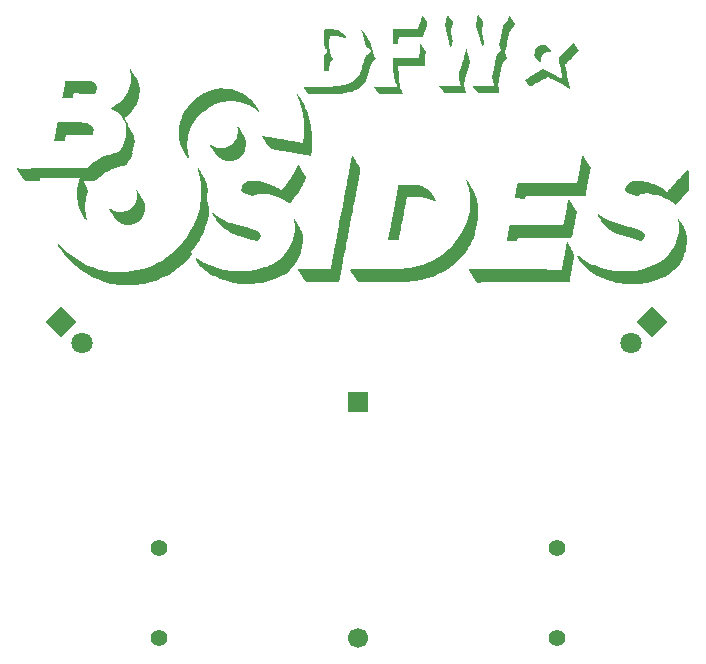
<source format=gts>
%TF.GenerationSoftware,KiCad,Pcbnew,(6.0.11)*%
%TF.CreationDate,2023-10-05T20:18:08-05:00*%
%TF.ProjectId,BSidesDFW_2023_Badge,42536964-6573-4444-9657-5f323032335f,1*%
%TF.SameCoordinates,Original*%
%TF.FileFunction,Soldermask,Top*%
%TF.FilePolarity,Negative*%
%FSLAX46Y46*%
G04 Gerber Fmt 4.6, Leading zero omitted, Abs format (unit mm)*
G04 Created by KiCad (PCBNEW (6.0.11)) date 2023-10-05 20:18:08*
%MOMM*%
%LPD*%
G01*
G04 APERTURE LIST*
G04 Aperture macros list*
%AMRotRect*
0 Rectangle, with rotation*
0 The origin of the aperture is its center*
0 $1 length*
0 $2 width*
0 $3 Rotation angle, in degrees counterclockwise*
0 Add horizontal line*
21,1,$1,$2,0,0,$3*%
G04 Aperture macros list end*
%ADD10R,1.700000X1.700000*%
%ADD11C,1.700000*%
%ADD12RotRect,1.800000X1.800000X315.000000*%
%ADD13C,1.800000*%
%ADD14C,1.400000*%
%ADD15RotRect,1.800000X1.800000X225.000000*%
G04 APERTURE END LIST*
G36*
X128009159Y-80116837D02*
G01*
X128032410Y-80142204D01*
X128071709Y-80195594D01*
X128122348Y-80269569D01*
X128179615Y-80356693D01*
X128238802Y-80449528D01*
X128295197Y-80540637D01*
X128344091Y-80622582D01*
X128380773Y-80687928D01*
X128400535Y-80729236D01*
X128402643Y-80738150D01*
X128387293Y-80797763D01*
X128350863Y-80881149D01*
X128298606Y-80979025D01*
X128235775Y-81082105D01*
X128167621Y-81181105D01*
X128111783Y-81252329D01*
X128050358Y-81327188D01*
X127998576Y-81394053D01*
X127963193Y-81443989D01*
X127951978Y-81463643D01*
X127940710Y-81501336D01*
X127923895Y-81569725D01*
X127904087Y-81658026D01*
X127889425Y-81727787D01*
X127873064Y-81806528D01*
X127849327Y-81918925D01*
X127819845Y-82057340D01*
X127786251Y-82214136D01*
X127750178Y-82381677D01*
X127713257Y-82552327D01*
X127707139Y-82580521D01*
X127570177Y-83211375D01*
X127648987Y-83432578D01*
X127727798Y-83653781D01*
X127366810Y-84020549D01*
X127236904Y-84633361D01*
X127199044Y-84811048D01*
X127159415Y-84995431D01*
X127120143Y-85176725D01*
X127083358Y-85345140D01*
X127051186Y-85490891D01*
X127027703Y-85595621D01*
X126948410Y-85945069D01*
X127028128Y-86229564D01*
X127057612Y-86340366D01*
X127082206Y-86443422D01*
X127099674Y-86528556D01*
X127107779Y-86585591D01*
X127108083Y-86593302D01*
X127108320Y-86672545D01*
X125336917Y-86672545D01*
X125130399Y-86434816D01*
X125054300Y-86347252D01*
X124985267Y-86267882D01*
X124929386Y-86203700D01*
X124892746Y-86161701D01*
X124884971Y-86152827D01*
X124859465Y-86106394D01*
X124859484Y-86073584D01*
X124865770Y-86064982D01*
X124879917Y-86057905D01*
X124905691Y-86052207D01*
X124946863Y-86047740D01*
X125007198Y-86044359D01*
X125090467Y-86041916D01*
X125200436Y-86040266D01*
X125340874Y-86039262D01*
X125515549Y-86038756D01*
X125728228Y-86038603D01*
X125758831Y-86038602D01*
X125979943Y-86038416D01*
X126162358Y-86037778D01*
X126309640Y-86036570D01*
X126425353Y-86034672D01*
X126513062Y-86031965D01*
X126576330Y-86028330D01*
X126618723Y-86023648D01*
X126643804Y-86017799D01*
X126655138Y-86010665D01*
X126656266Y-86008601D01*
X126654731Y-85979150D01*
X126643259Y-85916351D01*
X126623456Y-85827512D01*
X126596929Y-85719941D01*
X126572382Y-85626920D01*
X126476986Y-85275238D01*
X126624109Y-84595065D01*
X126662583Y-84416532D01*
X126700761Y-84238150D01*
X126737025Y-84067572D01*
X126769754Y-83912455D01*
X126797331Y-83780453D01*
X126818134Y-83679223D01*
X126823854Y-83650783D01*
X126876475Y-83386675D01*
X127061074Y-83215093D01*
X127245674Y-83043512D01*
X127210701Y-82950915D01*
X127184152Y-82880617D01*
X127150770Y-82792224D01*
X127123860Y-82720965D01*
X127071990Y-82583610D01*
X127224613Y-81907404D01*
X127263097Y-81735501D01*
X127299785Y-81568999D01*
X127333279Y-81414439D01*
X127362181Y-81278363D01*
X127385094Y-81167316D01*
X127400620Y-81087839D01*
X127404974Y-81063208D01*
X127421161Y-80975553D01*
X127439652Y-80914176D01*
X127467866Y-80863408D01*
X127513221Y-80807574D01*
X127539998Y-80777934D01*
X127634613Y-80667091D01*
X127723263Y-80549517D01*
X127801599Y-80432307D01*
X127865272Y-80322553D01*
X127909936Y-80227352D01*
X127931241Y-80153798D01*
X127932429Y-80137645D01*
X127947046Y-80106259D01*
X127983836Y-80104500D01*
X128009159Y-80116837D01*
G37*
G36*
X130894779Y-82576199D02*
G01*
X130970972Y-82590756D01*
X131045528Y-82619266D01*
X131083212Y-82637540D01*
X131213038Y-82721222D01*
X131326710Y-82829438D01*
X131416785Y-82953019D01*
X131475819Y-83082797D01*
X131489822Y-83138311D01*
X131502604Y-83206988D01*
X131303176Y-83206988D01*
X131136366Y-83216049D01*
X131002135Y-83244579D01*
X130894568Y-83294599D01*
X130807750Y-83368130D01*
X130797464Y-83379773D01*
X130715014Y-83491461D01*
X130661208Y-83605520D01*
X130630830Y-83735704D01*
X130620585Y-83846214D01*
X130615260Y-83934921D01*
X130608906Y-83989574D01*
X130599033Y-84018360D01*
X130583152Y-84029463D01*
X130564349Y-84031114D01*
X130521085Y-84019774D01*
X130460227Y-83990669D01*
X130418880Y-83965640D01*
X130279860Y-83850047D01*
X130174457Y-83712605D01*
X130104188Y-83558672D01*
X130070569Y-83393604D01*
X130075116Y-83222759D01*
X130119346Y-83051496D01*
X130143844Y-82993801D01*
X130221507Y-82858273D01*
X130316726Y-82752632D01*
X130439682Y-82666591D01*
X130498142Y-82635736D01*
X130578062Y-82599209D01*
X130643371Y-82579102D01*
X130713646Y-82571163D01*
X130796759Y-82570898D01*
X130894779Y-82576199D01*
G37*
G36*
X110032900Y-86746912D02*
G01*
X110076721Y-86801213D01*
X110134933Y-86888146D01*
X110204415Y-87001877D01*
X110282042Y-87136577D01*
X110364690Y-87286413D01*
X110449235Y-87445554D01*
X110532554Y-87608170D01*
X110611523Y-87768428D01*
X110683018Y-87920497D01*
X110743915Y-88058546D01*
X110771451Y-88125606D01*
X110895504Y-88454952D01*
X110998056Y-88767069D01*
X111080613Y-89070257D01*
X111144683Y-89372815D01*
X111191771Y-89683042D01*
X111223386Y-90009238D01*
X111241033Y-90359701D01*
X111246223Y-90740349D01*
X111245196Y-90949273D01*
X111242279Y-91124300D01*
X111236911Y-91273774D01*
X111228530Y-91406040D01*
X111216572Y-91529443D01*
X111200477Y-91652328D01*
X111179680Y-91783039D01*
X111173566Y-91818579D01*
X111157520Y-91895839D01*
X111140921Y-91938634D01*
X111120369Y-91954665D01*
X111113166Y-91955407D01*
X111075726Y-91949802D01*
X111065589Y-91944402D01*
X111041979Y-91937669D01*
X110983838Y-91926165D01*
X110898461Y-91911191D01*
X110793142Y-91894046D01*
X110718681Y-91882542D01*
X110642734Y-91870674D01*
X110533548Y-91853083D01*
X110395457Y-91830502D01*
X110232799Y-91803663D01*
X110049909Y-91773297D01*
X109851122Y-91740137D01*
X109640774Y-91704915D01*
X109423200Y-91668362D01*
X109202736Y-91631211D01*
X108983718Y-91594193D01*
X108770481Y-91558041D01*
X108567362Y-91523487D01*
X108378695Y-91491262D01*
X108208816Y-91462100D01*
X108062061Y-91436730D01*
X107942765Y-91415887D01*
X107855265Y-91400301D01*
X107803895Y-91390705D01*
X107796526Y-91389180D01*
X107774285Y-91382116D01*
X107751215Y-91368382D01*
X107724343Y-91344196D01*
X107690694Y-91305775D01*
X107647295Y-91249337D01*
X107591171Y-91171100D01*
X107519349Y-91067282D01*
X107428855Y-90934100D01*
X107369141Y-90845620D01*
X107267757Y-90694765D01*
X107188109Y-90574956D01*
X107128009Y-90482399D01*
X107085268Y-90413300D01*
X107057700Y-90363864D01*
X107043117Y-90330299D01*
X107039330Y-90308810D01*
X107044151Y-90295603D01*
X107049214Y-90290839D01*
X107090722Y-90273507D01*
X107113543Y-90274889D01*
X107159685Y-90287840D01*
X107246102Y-90306931D01*
X107371296Y-90331881D01*
X107533769Y-90362409D01*
X107732023Y-90398232D01*
X107964560Y-90439071D01*
X108229883Y-90484644D01*
X108238471Y-90486104D01*
X108390144Y-90512053D01*
X108562155Y-90541750D01*
X108749540Y-90574317D01*
X108947336Y-90608876D01*
X109150582Y-90644546D01*
X109354314Y-90680449D01*
X109553571Y-90715707D01*
X109743389Y-90749439D01*
X109918806Y-90780768D01*
X110074859Y-90808813D01*
X110206586Y-90832697D01*
X110309024Y-90851539D01*
X110377211Y-90864462D01*
X110396583Y-90868359D01*
X110436511Y-90870957D01*
X110459770Y-90849841D01*
X110475123Y-90810256D01*
X110494041Y-90730607D01*
X110512093Y-90615787D01*
X110528801Y-90472886D01*
X110543685Y-90308994D01*
X110556268Y-90131202D01*
X110566072Y-89946600D01*
X110572618Y-89762277D01*
X110575427Y-89585325D01*
X110574021Y-89422832D01*
X110572375Y-89368808D01*
X110563758Y-89190710D01*
X110551039Y-89024670D01*
X110532884Y-88860563D01*
X110507960Y-88688264D01*
X110474932Y-88497647D01*
X110432465Y-88278589D01*
X110421751Y-88225707D01*
X110378302Y-88019444D01*
X110337695Y-87843982D01*
X110296707Y-87688292D01*
X110252117Y-87541350D01*
X110200703Y-87392128D01*
X110139242Y-87229602D01*
X110106402Y-87146569D01*
X110061505Y-87030736D01*
X110022879Y-86924433D01*
X109993184Y-86835525D01*
X109975083Y-86771877D01*
X109970716Y-86745478D01*
X109970716Y-86683924D01*
X110032900Y-86746912D01*
G37*
G36*
X102849441Y-96786402D02*
G01*
X102896588Y-96821562D01*
X102960192Y-96872988D01*
X103011248Y-96916220D01*
X103211658Y-97078702D01*
X103407178Y-97214122D01*
X103613334Y-97332416D01*
X103810899Y-97427996D01*
X104049877Y-97531835D01*
X104266848Y-97616702D01*
X104474964Y-97687074D01*
X104687377Y-97747432D01*
X104895617Y-97797459D01*
X105012288Y-97823940D01*
X105118199Y-97849162D01*
X105219425Y-97874923D01*
X105322039Y-97903018D01*
X105432117Y-97935245D01*
X105555732Y-97973401D01*
X105698959Y-98019283D01*
X105867872Y-98074688D01*
X106068546Y-98141413D01*
X106147541Y-98167818D01*
X106292211Y-98217178D01*
X106427552Y-98265151D01*
X106547111Y-98309310D01*
X106644434Y-98347225D01*
X106713069Y-98376469D01*
X106742668Y-98391782D01*
X106822221Y-98464767D01*
X106867632Y-98559604D01*
X106879980Y-98678949D01*
X106877099Y-98723013D01*
X106862765Y-98807298D01*
X106839536Y-98888106D01*
X106824497Y-98923762D01*
X106774209Y-99003131D01*
X106712201Y-99074178D01*
X106647677Y-99128361D01*
X106589841Y-99157142D01*
X106570313Y-99159620D01*
X106531729Y-99153533D01*
X106460888Y-99137785D01*
X106366148Y-99114406D01*
X106255868Y-99085422D01*
X106188186Y-99066873D01*
X105880345Y-98980612D01*
X105609951Y-98903433D01*
X105373449Y-98834165D01*
X105167289Y-98771632D01*
X104987916Y-98714661D01*
X104831778Y-98662077D01*
X104695323Y-98612708D01*
X104574996Y-98565378D01*
X104467246Y-98518915D01*
X104368520Y-98472143D01*
X104331087Y-98453253D01*
X104175271Y-98368042D01*
X104030677Y-98276878D01*
X103892822Y-98175586D01*
X103757219Y-98059993D01*
X103619386Y-97925925D01*
X103474838Y-97769210D01*
X103319089Y-97585673D01*
X103147655Y-97371141D01*
X103093693Y-97301663D01*
X102998786Y-97178037D01*
X102927155Y-97082428D01*
X102875642Y-97009878D01*
X102841087Y-96955430D01*
X102820333Y-96914126D01*
X102810219Y-96881008D01*
X102807591Y-96852620D01*
X102811831Y-96801676D01*
X102822893Y-96774678D01*
X102826347Y-96773377D01*
X102849441Y-96786402D01*
G37*
G36*
X112577738Y-81261236D02*
G01*
X112721725Y-81262261D01*
X112811159Y-81262876D01*
X113017430Y-81268562D01*
X113189958Y-81284068D01*
X113336517Y-81311330D01*
X113464887Y-81352285D01*
X113582842Y-81408868D01*
X113698161Y-81483017D01*
X113699724Y-81484139D01*
X113781161Y-81545545D01*
X113852041Y-81606824D01*
X113921283Y-81676930D01*
X113997804Y-81764819D01*
X114079167Y-81865141D01*
X114196803Y-82013061D01*
X114123540Y-82019584D01*
X114037598Y-82008699D01*
X113956989Y-81971437D01*
X113885458Y-81937736D01*
X113794128Y-81905560D01*
X113718664Y-81885605D01*
X113625522Y-81870347D01*
X113503446Y-81857106D01*
X113364085Y-81846467D01*
X113219085Y-81839019D01*
X113080095Y-81835347D01*
X112958762Y-81836040D01*
X112866732Y-81841684D01*
X112860930Y-81842374D01*
X112792755Y-81852199D01*
X112755204Y-81865060D01*
X112736910Y-81888750D01*
X112726504Y-81931063D01*
X112725756Y-81935037D01*
X112719744Y-81990414D01*
X112715109Y-82079494D01*
X112711869Y-82193737D01*
X112710042Y-82324605D01*
X112709646Y-82463559D01*
X112710700Y-82602060D01*
X112713222Y-82731569D01*
X112717229Y-82843547D01*
X112722742Y-82929456D01*
X112723609Y-82938666D01*
X112746537Y-83125341D01*
X112775899Y-83277586D01*
X112814061Y-83403038D01*
X112863388Y-83509332D01*
X112926245Y-83604106D01*
X112932014Y-83611526D01*
X112968652Y-83665552D01*
X112990151Y-83711549D01*
X112992513Y-83724487D01*
X112977271Y-83773907D01*
X112934812Y-83843381D01*
X112870031Y-83925491D01*
X112831970Y-83967720D01*
X112787297Y-84020124D01*
X112755845Y-84072337D01*
X112735325Y-84133293D01*
X112723449Y-84211927D01*
X112717929Y-84317171D01*
X112716586Y-84418139D01*
X112714907Y-84525948D01*
X112711261Y-84625175D01*
X112706199Y-84704303D01*
X112700737Y-84749584D01*
X112686107Y-84823544D01*
X112489134Y-84823893D01*
X112384065Y-84821359D01*
X112310547Y-84813700D01*
X112273557Y-84801468D01*
X112271874Y-84799799D01*
X112266522Y-84783357D01*
X112262073Y-84746265D01*
X112258483Y-84685839D01*
X112255703Y-84599395D01*
X112253689Y-84484246D01*
X112252394Y-84337709D01*
X112251771Y-84157098D01*
X112251775Y-83939728D01*
X112252359Y-83682916D01*
X112252402Y-83669290D01*
X112252912Y-83508215D01*
X112360647Y-83373450D01*
X112414299Y-83304685D01*
X112459347Y-83243954D01*
X112487603Y-83202372D01*
X112490740Y-83196919D01*
X112512911Y-83143377D01*
X112528633Y-83083903D01*
X112534933Y-83033461D01*
X112528843Y-83007011D01*
X112528493Y-83006779D01*
X112508473Y-82986184D01*
X112470947Y-82941396D01*
X112423887Y-82881942D01*
X112421980Y-82879472D01*
X112374796Y-82812644D01*
X112336691Y-82743473D01*
X112306593Y-82666411D01*
X112283428Y-82575908D01*
X112266125Y-82466416D01*
X112253611Y-82332385D01*
X112244814Y-82168268D01*
X112238660Y-81968516D01*
X112237700Y-81925991D01*
X112234532Y-81740862D01*
X112233965Y-81594378D01*
X112236086Y-81482995D01*
X112240981Y-81403169D01*
X112248737Y-81351359D01*
X112252008Y-81339593D01*
X112259235Y-81314957D01*
X112265995Y-81295939D01*
X112277306Y-81281849D01*
X112298185Y-81272000D01*
X112333650Y-81265702D01*
X112388718Y-81262268D01*
X112468409Y-81261009D01*
X112577738Y-81261236D01*
G37*
G36*
X132886107Y-99287905D02*
G01*
X132915763Y-99328955D01*
X132926813Y-99346131D01*
X132961376Y-99404145D01*
X133007941Y-99487262D01*
X133063356Y-99589362D01*
X133124474Y-99704331D01*
X133188145Y-99826049D01*
X133251219Y-99948400D01*
X133310548Y-100065268D01*
X133362981Y-100170534D01*
X133405370Y-100258081D01*
X133434566Y-100321793D01*
X133447419Y-100355551D01*
X133447754Y-100358011D01*
X133444067Y-100388395D01*
X133433667Y-100454537D01*
X133417546Y-100550638D01*
X133396695Y-100670902D01*
X133372106Y-100809531D01*
X133344769Y-100960728D01*
X133343509Y-100967630D01*
X133308599Y-101159178D01*
X133269392Y-101374916D01*
X133228597Y-101599895D01*
X133188924Y-101819167D01*
X133153082Y-102017783D01*
X133140454Y-102087936D01*
X133114022Y-102234425D01*
X133090033Y-102366432D01*
X133069496Y-102478499D01*
X133053415Y-102565164D01*
X133042796Y-102620969D01*
X133038668Y-102640448D01*
X133017576Y-102640881D01*
X132956512Y-102641462D01*
X132857765Y-102642180D01*
X132723626Y-102643023D01*
X132556384Y-102643980D01*
X132358329Y-102645040D01*
X132131751Y-102646191D01*
X131878941Y-102647422D01*
X131602188Y-102648723D01*
X131303782Y-102650080D01*
X130986013Y-102651485D01*
X130651171Y-102652924D01*
X130301547Y-102654387D01*
X129939429Y-102655862D01*
X129802579Y-102656409D01*
X129423222Y-102657986D01*
X129047404Y-102659677D01*
X128678096Y-102661463D01*
X128318268Y-102663324D01*
X127970893Y-102665242D01*
X127638941Y-102667197D01*
X127325383Y-102669170D01*
X127033191Y-102671140D01*
X126765335Y-102673090D01*
X126524787Y-102674999D01*
X126314517Y-102676848D01*
X126137498Y-102678619D01*
X125996699Y-102680290D01*
X125895092Y-102681844D01*
X125892403Y-102681893D01*
X125215338Y-102694511D01*
X124889601Y-102190475D01*
X124782074Y-102022694D01*
X124697174Y-101886653D01*
X124633444Y-101779364D01*
X124589421Y-101697840D01*
X124563647Y-101639095D01*
X124554660Y-101600143D01*
X124561002Y-101577995D01*
X124581211Y-101569666D01*
X124585996Y-101569407D01*
X124644953Y-101568719D01*
X124743187Y-101568222D01*
X124877715Y-101567909D01*
X125045551Y-101567771D01*
X125243710Y-101567801D01*
X125469209Y-101567991D01*
X125719061Y-101568333D01*
X125990283Y-101568818D01*
X126279890Y-101569439D01*
X126584897Y-101570189D01*
X126902319Y-101571058D01*
X127229172Y-101572039D01*
X127562471Y-101573124D01*
X127899232Y-101574306D01*
X128236469Y-101575575D01*
X128571197Y-101576925D01*
X128900433Y-101578347D01*
X129221192Y-101579834D01*
X129530488Y-101581377D01*
X129825337Y-101582968D01*
X129952483Y-101583698D01*
X132384582Y-101597937D01*
X132397133Y-101525965D01*
X132403935Y-101488774D01*
X132417638Y-101415344D01*
X132437248Y-101310956D01*
X132461770Y-101180887D01*
X132490208Y-101030419D01*
X132521567Y-100864832D01*
X132550107Y-100714392D01*
X132584864Y-100530430D01*
X132618899Y-100348635D01*
X132650936Y-100175934D01*
X132679700Y-100019256D01*
X132703919Y-99885530D01*
X132722317Y-99781683D01*
X132730834Y-99731780D01*
X132758583Y-99568039D01*
X132781816Y-99442976D01*
X132802129Y-99353450D01*
X132821119Y-99296321D01*
X132840381Y-99268447D01*
X132861512Y-99266689D01*
X132886107Y-99287905D01*
G37*
G36*
X143069008Y-93128708D02*
G01*
X143093314Y-93171398D01*
X143113678Y-93251992D01*
X143134268Y-93372184D01*
X143142027Y-93422157D01*
X143155120Y-93512225D01*
X143165014Y-93595387D01*
X143171992Y-93679104D01*
X143176338Y-93770841D01*
X143178335Y-93878062D01*
X143178267Y-94008230D01*
X143176418Y-94168808D01*
X143174624Y-94279866D01*
X143164619Y-94860981D01*
X142955981Y-95072296D01*
X142881114Y-95150287D01*
X142785946Y-95252740D01*
X142677514Y-95371890D01*
X142562855Y-95499967D01*
X142449006Y-95629206D01*
X142392515Y-95694227D01*
X142295567Y-95805727D01*
X142207006Y-95906265D01*
X142130756Y-95991493D01*
X142070742Y-96057063D01*
X142030885Y-96098624D01*
X142015696Y-96111860D01*
X141989608Y-96101901D01*
X141947405Y-96068720D01*
X141920605Y-96042653D01*
X141849537Y-95979217D01*
X141748555Y-95903695D01*
X141626162Y-95821616D01*
X141490863Y-95738507D01*
X141351161Y-95659895D01*
X141257183Y-95611430D01*
X141026007Y-95507207D01*
X140766903Y-95407611D01*
X140494203Y-95317328D01*
X140222242Y-95241041D01*
X139965352Y-95183435D01*
X139924543Y-95175896D01*
X139711062Y-95149810D01*
X139498077Y-95146161D01*
X139293131Y-95163853D01*
X139103766Y-95201792D01*
X138937523Y-95258882D01*
X138801944Y-95334030D01*
X138793660Y-95340040D01*
X138767436Y-95357771D01*
X138742247Y-95366014D01*
X138708446Y-95363789D01*
X138656384Y-95350113D01*
X138576412Y-95324006D01*
X138550648Y-95315328D01*
X138440096Y-95276749D01*
X138313130Y-95230491D01*
X138192455Y-95184873D01*
X138160385Y-95172363D01*
X138000746Y-95098551D01*
X137882401Y-95018069D01*
X137804655Y-94929065D01*
X137766814Y-94829690D01*
X137768185Y-94718094D01*
X137808073Y-94592426D01*
X137885784Y-94450836D01*
X137888305Y-94446922D01*
X137985153Y-94330716D01*
X138112743Y-94228153D01*
X138259909Y-94147409D01*
X138338119Y-94117522D01*
X138422575Y-94098586D01*
X138538769Y-94084429D01*
X138676425Y-94075242D01*
X138825267Y-94071215D01*
X138975018Y-94072539D01*
X139115405Y-94079406D01*
X139236150Y-94092005D01*
X139283220Y-94099967D01*
X139454081Y-94138788D01*
X139647614Y-94190820D01*
X139848194Y-94251396D01*
X140040196Y-94315852D01*
X140175558Y-94366454D01*
X140351375Y-94441401D01*
X140529328Y-94526969D01*
X140702480Y-94619084D01*
X140863895Y-94713669D01*
X141006637Y-94806650D01*
X141123769Y-94893951D01*
X141208355Y-94971496D01*
X141211876Y-94975343D01*
X141249876Y-95007900D01*
X141277931Y-95019467D01*
X141300298Y-95003958D01*
X141347552Y-94959387D01*
X141416967Y-94888687D01*
X141505818Y-94794794D01*
X141611380Y-94680641D01*
X141730927Y-94549163D01*
X141861735Y-94403293D01*
X142001078Y-94245966D01*
X142082589Y-94153078D01*
X142177720Y-94045315D01*
X142283317Y-93927335D01*
X142387057Y-93812818D01*
X142476615Y-93715443D01*
X142483375Y-93708184D01*
X142577726Y-93605829D01*
X142683619Y-93489097D01*
X142786090Y-93374567D01*
X142849030Y-93303139D01*
X142930771Y-93211137D01*
X142991903Y-93150270D01*
X143036593Y-93122229D01*
X143069008Y-93128708D01*
G37*
G36*
X133009122Y-95658966D02*
G01*
X133027341Y-95679363D01*
X133064157Y-95731354D01*
X133116516Y-95810239D01*
X133181366Y-95911316D01*
X133255651Y-96029884D01*
X133336320Y-96161241D01*
X133350233Y-96184150D01*
X133661807Y-96698000D01*
X133502771Y-97522835D01*
X133466063Y-97713725D01*
X133430436Y-97899951D01*
X133397028Y-98075491D01*
X133366977Y-98234328D01*
X133341422Y-98370440D01*
X133321501Y-98477808D01*
X133308353Y-98550414D01*
X133307306Y-98556382D01*
X133278052Y-98694090D01*
X133243926Y-98793947D01*
X133202611Y-98860288D01*
X133151789Y-98897450D01*
X133119917Y-98906848D01*
X133086504Y-98908856D01*
X133015262Y-98910193D01*
X132910619Y-98910867D01*
X132777002Y-98910889D01*
X132618841Y-98910266D01*
X132440562Y-98909007D01*
X132246595Y-98907123D01*
X132042513Y-98904638D01*
X131809436Y-98901821D01*
X131543700Y-98899132D01*
X131254905Y-98896639D01*
X130952654Y-98894407D01*
X130646550Y-98892502D01*
X130346194Y-98890990D01*
X130061189Y-98889939D01*
X129841355Y-98889460D01*
X128654507Y-98887864D01*
X128629671Y-99035113D01*
X128604834Y-99182362D01*
X128516934Y-99184079D01*
X128446537Y-99186074D01*
X128385197Y-99188803D01*
X128376206Y-99189362D01*
X128335838Y-99190262D01*
X128262944Y-99190190D01*
X128167251Y-99189214D01*
X128058483Y-99187402D01*
X128038513Y-99186998D01*
X127932532Y-99183659D01*
X127841907Y-99178669D01*
X127774946Y-99172644D01*
X127739955Y-99166199D01*
X127737246Y-99164667D01*
X127737422Y-99141350D01*
X127744417Y-99082733D01*
X127757151Y-98995031D01*
X127774545Y-98884463D01*
X127795520Y-98757245D01*
X127818997Y-98619595D01*
X127843896Y-98477729D01*
X127869139Y-98337865D01*
X127893645Y-98206220D01*
X127916336Y-98089012D01*
X127936133Y-97992456D01*
X127951956Y-97922772D01*
X127954681Y-97912104D01*
X127974770Y-97835773D01*
X128138193Y-97820964D01*
X128182507Y-97818889D01*
X128265907Y-97816972D01*
X128385219Y-97815230D01*
X128537266Y-97813677D01*
X128718873Y-97812332D01*
X128926865Y-97811208D01*
X129158064Y-97810324D01*
X129409297Y-97809694D01*
X129677387Y-97809336D01*
X129959159Y-97809264D01*
X130251436Y-97809496D01*
X130362248Y-97809663D01*
X130654265Y-97810022D01*
X130934622Y-97810096D01*
X131200390Y-97809900D01*
X131448642Y-97809449D01*
X131676450Y-97808756D01*
X131880887Y-97807837D01*
X132059025Y-97806704D01*
X132207936Y-97805373D01*
X132324693Y-97803858D01*
X132406368Y-97802172D01*
X132450034Y-97800331D01*
X132456518Y-97799450D01*
X132490710Y-97775849D01*
X132521828Y-97731878D01*
X132551192Y-97663522D01*
X132580122Y-97566769D01*
X132609938Y-97437606D01*
X132641961Y-97272019D01*
X132655901Y-97193438D01*
X132681593Y-97047475D01*
X132707967Y-96900770D01*
X132733078Y-96763920D01*
X132754981Y-96647522D01*
X132771732Y-96562172D01*
X132771754Y-96562063D01*
X132790551Y-96466180D01*
X132813628Y-96342745D01*
X132838396Y-96205910D01*
X132862264Y-96069823D01*
X132868434Y-96033777D01*
X132894051Y-95891562D01*
X132916706Y-95787037D01*
X132938021Y-95715878D01*
X132959619Y-95673764D01*
X132983123Y-95656369D01*
X133009122Y-95658966D01*
G37*
G36*
X142285960Y-97329548D02*
G01*
X142313993Y-97351295D01*
X142350422Y-97393204D01*
X142399184Y-97460019D01*
X142464217Y-97556481D01*
X142494876Y-97603215D01*
X142603318Y-97772555D01*
X142689933Y-97915879D01*
X142758624Y-98040696D01*
X142813297Y-98154514D01*
X142857858Y-98264845D01*
X142892950Y-98368665D01*
X142943870Y-98546685D01*
X142977215Y-98703006D01*
X142995463Y-98853130D01*
X143001094Y-99012559D01*
X143000954Y-99044029D01*
X142983254Y-99350905D01*
X142937651Y-99672922D01*
X142866912Y-99996150D01*
X142773809Y-100306656D01*
X142722071Y-100446880D01*
X142674601Y-100553791D01*
X142608875Y-100683382D01*
X142531410Y-100824096D01*
X142448726Y-100964374D01*
X142367342Y-101092659D01*
X142314936Y-101168718D01*
X142128789Y-101398043D01*
X141907623Y-101621071D01*
X141658674Y-101832176D01*
X141389181Y-102025732D01*
X141106380Y-102196112D01*
X140817509Y-102337689D01*
X140803548Y-102343692D01*
X140608939Y-102419371D01*
X140382114Y-102495038D01*
X140133044Y-102568125D01*
X139871700Y-102636065D01*
X139608052Y-102696289D01*
X139352070Y-102746231D01*
X139113725Y-102783323D01*
X139079285Y-102787722D01*
X138998905Y-102796138D01*
X138892931Y-102805026D01*
X138768682Y-102813998D01*
X138633474Y-102822661D01*
X138494628Y-102830627D01*
X138359460Y-102837504D01*
X138235288Y-102842903D01*
X138129431Y-102846433D01*
X138049207Y-102847704D01*
X138001933Y-102846326D01*
X137996004Y-102845498D01*
X137970032Y-102842286D01*
X137910784Y-102835880D01*
X137827044Y-102827206D01*
X137727598Y-102817190D01*
X137726872Y-102817118D01*
X137347606Y-102768116D01*
X136979200Y-102696569D01*
X136612398Y-102600013D01*
X136237940Y-102475988D01*
X135846569Y-102322029D01*
X135814476Y-102308441D01*
X135628646Y-102228801D01*
X135475993Y-102161655D01*
X135350487Y-102103718D01*
X135246097Y-102051707D01*
X135156792Y-102002340D01*
X135076541Y-101952333D01*
X134999314Y-101898403D01*
X134919080Y-101837267D01*
X134855093Y-101786159D01*
X134660702Y-101624740D01*
X134493588Y-101475696D01*
X134344705Y-101329803D01*
X134205004Y-101177835D01*
X134065438Y-101010569D01*
X133953052Y-100866436D01*
X133862875Y-100747554D01*
X133795747Y-100657201D01*
X133748742Y-100590565D01*
X133718936Y-100542833D01*
X133703404Y-100509193D01*
X133699223Y-100484834D01*
X133703467Y-100464943D01*
X133705762Y-100459530D01*
X133731509Y-100422438D01*
X133766586Y-100412187D01*
X133816175Y-100430132D01*
X133885458Y-100477629D01*
X133937857Y-100520219D01*
X134100966Y-100651558D01*
X134270922Y-100777693D01*
X134434451Y-100889045D01*
X134536023Y-100951911D01*
X134657554Y-101017639D01*
X134810448Y-101091495D01*
X134985537Y-101169635D01*
X135173653Y-101248219D01*
X135365625Y-101323405D01*
X135552286Y-101391350D01*
X135708819Y-101443341D01*
X136085772Y-101553169D01*
X136439073Y-101637672D01*
X136778022Y-101697987D01*
X137111919Y-101735251D01*
X137450066Y-101750600D01*
X137801763Y-101745172D01*
X138054409Y-101730118D01*
X138559163Y-101675862D01*
X139036880Y-101590852D01*
X139490240Y-101474384D01*
X139921927Y-101325754D01*
X140334620Y-101144257D01*
X140390544Y-101116432D01*
X140687797Y-100945825D01*
X140969439Y-100743556D01*
X141228849Y-100515370D01*
X141459405Y-100267013D01*
X141630048Y-100040949D01*
X141848976Y-99681312D01*
X142031066Y-99303780D01*
X142174726Y-98912192D01*
X142278369Y-98510386D01*
X142291628Y-98442762D01*
X142305238Y-98335631D01*
X142312602Y-98201769D01*
X142314024Y-98052799D01*
X142309806Y-97900344D01*
X142300254Y-97756027D01*
X142285671Y-97631473D01*
X142268166Y-97544675D01*
X142241686Y-97447360D01*
X142226120Y-97383703D01*
X142221282Y-97346585D01*
X142226987Y-97328885D01*
X142243048Y-97323483D01*
X142262387Y-97323224D01*
X142285960Y-97329548D01*
G37*
G36*
X120449521Y-82533383D02*
G01*
X120468668Y-82544194D01*
X120491904Y-82567721D01*
X120522545Y-82608473D01*
X120563907Y-82670957D01*
X120619309Y-82759682D01*
X120692065Y-82879156D01*
X120713376Y-82914393D01*
X120874964Y-83181781D01*
X120832379Y-83611731D01*
X120818841Y-83747923D01*
X120806115Y-83875021D01*
X120795008Y-83985057D01*
X120786324Y-84070065D01*
X120780867Y-84122076D01*
X120780413Y-84126206D01*
X120773781Y-84201625D01*
X120770088Y-84273108D01*
X120769959Y-84279409D01*
X120768885Y-84348086D01*
X118544666Y-84348086D01*
X118558832Y-84649209D01*
X118568704Y-84855711D01*
X118577366Y-85026832D01*
X118585345Y-85169420D01*
X118593168Y-85290320D01*
X118601364Y-85396378D01*
X118610461Y-85494443D01*
X118620986Y-85591360D01*
X118633468Y-85693975D01*
X118648039Y-85806156D01*
X118681762Y-86004734D01*
X118727435Y-86188457D01*
X118782435Y-86348489D01*
X118844141Y-86475993D01*
X118849396Y-86484699D01*
X118897706Y-86589974D01*
X118909318Y-86670970D01*
X118909318Y-86759811D01*
X118766681Y-86753158D01*
X118713827Y-86751522D01*
X118624248Y-86749709D01*
X118503480Y-86747790D01*
X118357058Y-86745838D01*
X118190521Y-86743926D01*
X118009402Y-86742126D01*
X117819240Y-86740512D01*
X117778785Y-86740204D01*
X116933528Y-86733902D01*
X116796173Y-86562928D01*
X116693467Y-86434082D01*
X116615561Y-86333843D01*
X116559884Y-86258619D01*
X116523862Y-86204819D01*
X116504922Y-86168848D01*
X116500333Y-86149821D01*
X116503955Y-86141505D01*
X116517397Y-86134940D01*
X116544518Y-86130043D01*
X116589180Y-86126732D01*
X116655243Y-86124924D01*
X116746568Y-86124537D01*
X116867015Y-86125487D01*
X117020446Y-86127691D01*
X117210721Y-86131068D01*
X117298045Y-86132729D01*
X117485951Y-86135850D01*
X117667650Y-86137934D01*
X117837099Y-86138979D01*
X117988256Y-86138985D01*
X118115076Y-86137950D01*
X118211518Y-86135873D01*
X118270092Y-86132882D01*
X118444426Y-86117670D01*
X118444426Y-86049415D01*
X118435591Y-85997996D01*
X118412183Y-85923286D01*
X118378844Y-85839634D01*
X118370689Y-85821564D01*
X118305812Y-85673030D01*
X118251853Y-85529367D01*
X118207738Y-85384467D01*
X118172390Y-85232221D01*
X118144737Y-85066522D01*
X118123703Y-84881260D01*
X118108213Y-84670327D01*
X118097194Y-84427614D01*
X118091545Y-84234759D01*
X118078770Y-83709369D01*
X119133270Y-83714525D01*
X119342174Y-83715486D01*
X119539543Y-83716280D01*
X119721087Y-83716897D01*
X119882513Y-83717327D01*
X120019529Y-83717561D01*
X120127843Y-83717590D01*
X120203163Y-83717406D01*
X120241198Y-83716998D01*
X120243530Y-83716911D01*
X120266332Y-83714180D01*
X120284191Y-83705195D01*
X120298111Y-83684954D01*
X120309089Y-83648456D01*
X120318129Y-83590700D01*
X120326229Y-83506684D01*
X120334391Y-83391406D01*
X120343615Y-83239865D01*
X120345545Y-83206988D01*
X120356589Y-83020310D01*
X120365828Y-82871537D01*
X120373807Y-82756379D01*
X120381067Y-82670542D01*
X120388153Y-82609737D01*
X120395607Y-82569669D01*
X120403974Y-82546049D01*
X120413796Y-82534584D01*
X120425616Y-82530982D01*
X120431146Y-82530782D01*
X120449521Y-82533383D01*
G37*
G36*
X104960054Y-89483146D02*
G01*
X104979831Y-89486364D01*
X105000764Y-89498820D01*
X105025982Y-89524848D01*
X105058612Y-89568781D01*
X105101781Y-89634954D01*
X105158618Y-89727699D01*
X105232248Y-89851350D01*
X105261245Y-89900492D01*
X105334594Y-90025557D01*
X105403024Y-90143332D01*
X105462786Y-90247277D01*
X105510127Y-90330849D01*
X105541297Y-90387506D01*
X105548934Y-90402246D01*
X105605074Y-90555092D01*
X105638414Y-90734012D01*
X105649344Y-90929745D01*
X105638249Y-91133029D01*
X105605517Y-91334603D01*
X105551536Y-91525206D01*
X105496433Y-91657243D01*
X105445113Y-91739835D01*
X105367775Y-91837181D01*
X105273326Y-91940237D01*
X105170673Y-92039961D01*
X105068725Y-92127310D01*
X104976389Y-92193241D01*
X104957417Y-92204442D01*
X104737459Y-92305548D01*
X104504033Y-92371489D01*
X104266248Y-92400232D01*
X104096173Y-92396645D01*
X104002320Y-92386217D01*
X103910651Y-92371941D01*
X103843269Y-92357455D01*
X103716689Y-92312192D01*
X103579087Y-92245335D01*
X103443314Y-92164570D01*
X103322217Y-92077584D01*
X103228647Y-91992062D01*
X103224152Y-91987104D01*
X103151328Y-91901360D01*
X103071648Y-91800154D01*
X102988522Y-91688642D01*
X102905362Y-91571977D01*
X102825579Y-91455313D01*
X102752585Y-91343805D01*
X102689790Y-91242606D01*
X102640607Y-91156871D01*
X102608446Y-91091753D01*
X102596719Y-91052407D01*
X102599840Y-91043836D01*
X102624586Y-91031673D01*
X102651920Y-91029883D01*
X102689329Y-91041146D01*
X102744301Y-91068141D01*
X102824326Y-91113547D01*
X102870412Y-91140645D01*
X103035161Y-91226732D01*
X103192760Y-91282767D01*
X103358660Y-91312939D01*
X103537311Y-91321464D01*
X103770504Y-91300740D01*
X103999000Y-91240192D01*
X104217428Y-91142250D01*
X104420417Y-91009348D01*
X104602596Y-90843917D01*
X104610474Y-90835471D01*
X104742314Y-90663276D01*
X104845587Y-90466237D01*
X104918161Y-90252487D01*
X104957902Y-90030158D01*
X104962677Y-89807382D01*
X104933309Y-89604534D01*
X104904716Y-89483028D01*
X104960054Y-89483146D01*
G37*
G36*
X124344016Y-93994811D02*
G01*
X124382946Y-94021312D01*
X124435498Y-94081828D01*
X124498974Y-94171390D01*
X124570678Y-94285029D01*
X124647913Y-94417774D01*
X124727982Y-94564657D01*
X124808189Y-94720706D01*
X124885837Y-94880954D01*
X124958229Y-95040429D01*
X125022669Y-95194162D01*
X125076459Y-95337184D01*
X125083498Y-95357570D01*
X125190518Y-95732493D01*
X125263591Y-96125678D01*
X125301982Y-96529249D01*
X125304955Y-96935330D01*
X125271776Y-97336046D01*
X125269711Y-97351665D01*
X125210865Y-97749789D01*
X125146727Y-98106052D01*
X125077282Y-98420526D01*
X125002512Y-98693282D01*
X124922402Y-98924392D01*
X124898179Y-98983612D01*
X124795322Y-99210729D01*
X124683335Y-99427731D01*
X124558360Y-99640346D01*
X124416539Y-99854298D01*
X124254014Y-100075317D01*
X124066927Y-100309127D01*
X123851421Y-100561457D01*
X123783186Y-100638769D01*
X123467911Y-100962637D01*
X123119975Y-101262405D01*
X122742559Y-101536361D01*
X122338847Y-101782794D01*
X121912023Y-101999992D01*
X121465268Y-102186245D01*
X121001766Y-102339842D01*
X120524701Y-102459071D01*
X120325125Y-102497766D01*
X120105744Y-102533278D01*
X119862103Y-102566800D01*
X119608576Y-102596710D01*
X119359534Y-102621388D01*
X119129350Y-102639211D01*
X119014975Y-102645551D01*
X118942510Y-102647933D01*
X118831692Y-102650314D01*
X118686431Y-102652659D01*
X118510639Y-102654930D01*
X118308224Y-102657091D01*
X118083096Y-102659105D01*
X117839167Y-102660934D01*
X117580347Y-102662542D01*
X117310545Y-102663893D01*
X117033671Y-102664948D01*
X116922962Y-102665277D01*
X115158486Y-102670076D01*
X114805685Y-102160279D01*
X114703244Y-102011723D01*
X114622955Y-101893760D01*
X114562510Y-101802520D01*
X114519603Y-101734129D01*
X114491924Y-101684716D01*
X114477167Y-101650409D01*
X114473024Y-101627336D01*
X114477188Y-101611625D01*
X114477948Y-101610349D01*
X114483592Y-101603146D01*
X114492750Y-101596860D01*
X114508153Y-101591428D01*
X114532533Y-101586788D01*
X114568619Y-101582876D01*
X114619144Y-101579631D01*
X114686837Y-101576989D01*
X114774430Y-101574889D01*
X114884655Y-101573267D01*
X115020241Y-101572061D01*
X115183921Y-101571209D01*
X115378424Y-101570648D01*
X115606482Y-101570315D01*
X115870827Y-101570148D01*
X116174188Y-101570085D01*
X116235990Y-101570079D01*
X116619382Y-101569767D01*
X116963745Y-101568838D01*
X117272312Y-101567206D01*
X117548314Y-101564786D01*
X117794983Y-101561492D01*
X118015550Y-101557239D01*
X118213247Y-101551943D01*
X118391306Y-101545516D01*
X118552957Y-101537874D01*
X118701433Y-101528932D01*
X118839964Y-101518604D01*
X118971784Y-101506805D01*
X119088935Y-101494683D01*
X119487752Y-101443721D01*
X119853583Y-101381068D01*
X120194652Y-101304399D01*
X120519186Y-101211390D01*
X120835411Y-101099716D01*
X121151550Y-100967052D01*
X121435593Y-100831411D01*
X121837279Y-100612439D01*
X122203735Y-100376886D01*
X122533372Y-100125873D01*
X122824605Y-99860521D01*
X122857650Y-99826996D01*
X123134334Y-99531887D01*
X123378332Y-99246943D01*
X123595176Y-98964283D01*
X123790397Y-98676028D01*
X123969525Y-98374295D01*
X124138092Y-98051203D01*
X124211260Y-97898275D01*
X124342576Y-97587568D01*
X124451238Y-97269344D01*
X124534436Y-96953518D01*
X124589359Y-96650002D01*
X124605059Y-96509234D01*
X124612804Y-96428620D01*
X124620377Y-96365163D01*
X124626414Y-96329906D01*
X124627572Y-96326708D01*
X124632573Y-96296961D01*
X124636036Y-96232294D01*
X124638039Y-96140022D01*
X124638663Y-96027457D01*
X124637984Y-95901913D01*
X124636082Y-95770702D01*
X124633034Y-95641138D01*
X124628920Y-95520533D01*
X124623817Y-95416202D01*
X124617804Y-95335456D01*
X124616833Y-95325873D01*
X124588656Y-95097787D01*
X124553727Y-94891979D01*
X124508906Y-94695841D01*
X124451051Y-94496766D01*
X124377019Y-94282145D01*
X124317934Y-94126272D01*
X124294772Y-94060883D01*
X124281917Y-94012434D01*
X124281647Y-93993172D01*
X124308332Y-93989186D01*
X124344016Y-93994811D01*
G37*
G36*
X91287490Y-85604167D02*
G01*
X91554917Y-85608712D01*
X91783780Y-85613403D01*
X91977779Y-85618485D01*
X92140612Y-85624204D01*
X92275979Y-85630809D01*
X92387578Y-85638544D01*
X92479108Y-85647657D01*
X92554269Y-85658393D01*
X92616760Y-85670999D01*
X92670280Y-85685722D01*
X92708125Y-85698815D01*
X92799535Y-85740303D01*
X92867240Y-85791680D01*
X92923849Y-85864535D01*
X92962798Y-85932945D01*
X92999254Y-86039180D01*
X93014431Y-86169006D01*
X93009344Y-86310109D01*
X92985005Y-86450175D01*
X92942430Y-86576887D01*
X92903858Y-86648718D01*
X92870556Y-86699543D01*
X91970314Y-86691327D01*
X91070071Y-86683111D01*
X91029341Y-86890737D01*
X90988611Y-87098364D01*
X90775046Y-87091486D01*
X90655931Y-87087819D01*
X90517261Y-87083805D01*
X90381732Y-87080093D01*
X90326417Y-87078658D01*
X90091353Y-87072708D01*
X90119120Y-86920173D01*
X90143730Y-86785227D01*
X90170990Y-86636182D01*
X90199794Y-86479039D01*
X90229038Y-86319796D01*
X90257615Y-86164454D01*
X90284421Y-86019012D01*
X90308352Y-85889471D01*
X90328301Y-85781830D01*
X90343165Y-85702089D01*
X90351837Y-85656248D01*
X90353002Y-85650321D01*
X90365246Y-85589577D01*
X91287490Y-85604167D01*
G37*
G36*
X125339515Y-80065030D02*
G01*
X125359038Y-80083426D01*
X125387978Y-80119022D01*
X125430571Y-80176355D01*
X125491055Y-80259960D01*
X125546556Y-80336890D01*
X125627078Y-80451069D01*
X125683158Y-80537492D01*
X125717486Y-80600803D01*
X125732754Y-80645648D01*
X125734128Y-80660648D01*
X125730459Y-80700560D01*
X125720549Y-80774591D01*
X125705522Y-80875244D01*
X125686504Y-80995022D01*
X125664620Y-81126429D01*
X125661408Y-81145227D01*
X125589228Y-81566412D01*
X125674051Y-81842565D01*
X125707325Y-81957972D01*
X125736481Y-82072210D01*
X125758519Y-82172625D01*
X125770438Y-82246562D01*
X125770848Y-82250771D01*
X125772759Y-82321103D01*
X125768396Y-82402833D01*
X125759248Y-82485519D01*
X125746804Y-82558720D01*
X125732552Y-82611996D01*
X125717981Y-82634905D01*
X125716039Y-82635099D01*
X125688124Y-82626916D01*
X125658277Y-82615664D01*
X125636213Y-82599738D01*
X125616176Y-82566720D01*
X125595369Y-82509658D01*
X125570994Y-82421601D01*
X125556102Y-82361754D01*
X125531233Y-82268417D01*
X125495333Y-82145627D01*
X125451602Y-82003727D01*
X125403239Y-81853058D01*
X125353443Y-81703963D01*
X125344740Y-81678569D01*
X125296929Y-81537291D01*
X125251527Y-81398750D01*
X125211264Y-81271610D01*
X125178869Y-81164540D01*
X125157072Y-81086203D01*
X125153220Y-81070510D01*
X125138160Y-81003434D01*
X125129259Y-80949699D01*
X125126754Y-80898590D01*
X125130884Y-80839393D01*
X125141887Y-80761392D01*
X125160003Y-80653874D01*
X125162868Y-80637316D01*
X125183146Y-80518895D01*
X125203037Y-80400493D01*
X125220194Y-80296198D01*
X125231857Y-80222815D01*
X125246974Y-80141964D01*
X125263873Y-80094444D01*
X125286178Y-80071364D01*
X125295065Y-80067683D01*
X125311766Y-80061694D01*
X125325170Y-80059298D01*
X125339515Y-80065030D01*
G37*
G36*
X96432630Y-94886858D02*
G01*
X96456702Y-94900089D01*
X96489014Y-94934351D01*
X96532308Y-94993465D01*
X96589326Y-95081249D01*
X96662809Y-95201524D01*
X96684471Y-95237784D01*
X96793601Y-95422268D01*
X96882427Y-95576310D01*
X96952992Y-95705340D01*
X97007339Y-95814787D01*
X97047510Y-95910080D01*
X97075550Y-95996648D01*
X97093501Y-96079922D01*
X97103407Y-96165329D01*
X97107311Y-96258301D01*
X97107291Y-96361314D01*
X97088708Y-96618537D01*
X97038635Y-96848723D01*
X96956259Y-97053904D01*
X96840770Y-97236109D01*
X96694482Y-97394521D01*
X96507993Y-97546158D01*
X96319321Y-97659257D01*
X96120446Y-97737137D01*
X95903348Y-97783117D01*
X95717554Y-97798920D01*
X95594563Y-97801661D01*
X95498220Y-97797798D01*
X95413246Y-97786050D01*
X95328888Y-97766354D01*
X95174036Y-97716021D01*
X95030339Y-97649267D01*
X94894079Y-97562692D01*
X94761538Y-97452895D01*
X94628998Y-97316473D01*
X94492739Y-97150026D01*
X94349044Y-96950152D01*
X94216749Y-96749035D01*
X94149715Y-96643346D01*
X94103055Y-96567592D01*
X94074329Y-96516133D01*
X94061092Y-96483333D01*
X94060901Y-96463551D01*
X94071315Y-96451149D01*
X94084353Y-96443439D01*
X94113406Y-96433270D01*
X94146093Y-96437931D01*
X94192747Y-96460915D01*
X94258516Y-96502312D01*
X94384480Y-96579655D01*
X94495325Y-96634325D01*
X94606481Y-96672859D01*
X94726352Y-96700458D01*
X94963997Y-96727425D01*
X95191092Y-96714387D01*
X95412313Y-96660761D01*
X95574187Y-96594986D01*
X95723844Y-96517391D01*
X95849517Y-96435493D01*
X95968363Y-96337168D01*
X96049865Y-96258921D01*
X96153845Y-96143146D01*
X96236362Y-96022029D01*
X96305466Y-95882228D01*
X96354381Y-95754079D01*
X96391533Y-95612453D01*
X96414745Y-95449958D01*
X96423049Y-95282429D01*
X96415477Y-95125700D01*
X96398926Y-95025313D01*
X96384147Y-94956381D01*
X96376020Y-94905856D01*
X96376085Y-94885701D01*
X96400593Y-94882861D01*
X96432630Y-94886858D01*
G37*
G36*
X114653953Y-91940355D02*
G01*
X114692015Y-91971495D01*
X114736187Y-92024825D01*
X114777691Y-92090168D01*
X114811993Y-92150513D01*
X114861329Y-92235355D01*
X114921689Y-92337986D01*
X114989062Y-92451698D01*
X115059440Y-92569782D01*
X115128812Y-92685529D01*
X115193167Y-92792233D01*
X115248495Y-92883183D01*
X115290787Y-92951673D01*
X115316031Y-92990994D01*
X115317259Y-92992771D01*
X115329109Y-93011377D01*
X115337108Y-93031875D01*
X115340809Y-93059766D01*
X115339764Y-93100549D01*
X115333525Y-93159726D01*
X115321643Y-93242796D01*
X115303673Y-93355260D01*
X115279165Y-93502617D01*
X115272528Y-93542189D01*
X115251109Y-93665683D01*
X115222567Y-93823878D01*
X115188174Y-94010053D01*
X115149200Y-94217488D01*
X115106915Y-94439462D01*
X115062591Y-94669254D01*
X115017496Y-94900144D01*
X114979274Y-95093427D01*
X114932952Y-95327283D01*
X114884894Y-95571855D01*
X114836601Y-95819379D01*
X114789574Y-96062093D01*
X114745312Y-96292232D01*
X114705316Y-96502034D01*
X114671087Y-96683734D01*
X114650930Y-96792385D01*
X114616943Y-96975186D01*
X114576679Y-97188321D01*
X114532270Y-97420708D01*
X114485852Y-97661263D01*
X114439555Y-97898904D01*
X114395515Y-98122547D01*
X114376385Y-98218758D01*
X114338386Y-98410504D01*
X114294196Y-98635789D01*
X114244866Y-98889092D01*
X114191453Y-99164888D01*
X114135008Y-99457655D01*
X114076587Y-99761869D01*
X114017243Y-100072008D01*
X113958030Y-100382548D01*
X113900002Y-100687966D01*
X113844213Y-100982740D01*
X113791716Y-101261345D01*
X113743566Y-101518260D01*
X113700817Y-101747960D01*
X113664522Y-101944923D01*
X113646785Y-102042308D01*
X113615656Y-102209780D01*
X113588934Y-102340688D01*
X113564756Y-102440262D01*
X113541259Y-102513732D01*
X113516582Y-102566330D01*
X113488862Y-102603285D01*
X113456236Y-102629829D01*
X113432773Y-102643327D01*
X113402862Y-102648203D01*
X113335360Y-102652882D01*
X113234940Y-102657313D01*
X113106275Y-102661449D01*
X112954037Y-102665240D01*
X112782900Y-102668637D01*
X112597534Y-102671591D01*
X112402612Y-102674053D01*
X112202808Y-102675974D01*
X112002794Y-102677305D01*
X111807241Y-102677996D01*
X111620823Y-102678000D01*
X111448212Y-102677266D01*
X111294080Y-102675745D01*
X111163100Y-102673389D01*
X111059944Y-102670149D01*
X111027288Y-102668581D01*
X110935856Y-102661656D01*
X110857880Y-102652278D01*
X110804823Y-102641985D01*
X110791033Y-102636869D01*
X110769701Y-102614795D01*
X110727424Y-102562947D01*
X110667758Y-102485986D01*
X110594261Y-102388573D01*
X110510489Y-102275371D01*
X110419999Y-102151038D01*
X110414773Y-102143796D01*
X110298017Y-101980146D01*
X110206962Y-101848471D01*
X110140930Y-101747727D01*
X110099248Y-101676867D01*
X110081238Y-101634845D01*
X110080479Y-101626091D01*
X110086939Y-101580782D01*
X112783713Y-101569902D01*
X112823097Y-101480250D01*
X112836430Y-101445177D01*
X112850798Y-101396981D01*
X112866936Y-101332010D01*
X112885579Y-101246615D01*
X112907460Y-101137144D01*
X112933314Y-100999946D01*
X112963874Y-100831372D01*
X112999876Y-100627770D01*
X113034492Y-100429118D01*
X113070618Y-100221762D01*
X113102815Y-100039445D01*
X113132870Y-99872597D01*
X113162570Y-99711646D01*
X113193703Y-99547021D01*
X113228055Y-99369151D01*
X113267413Y-99168467D01*
X113310681Y-98949916D01*
X113345403Y-98773420D01*
X113380376Y-98592681D01*
X113413876Y-98416829D01*
X113444179Y-98254989D01*
X113469559Y-98116290D01*
X113488294Y-98009857D01*
X113488343Y-98009567D01*
X113508993Y-97888909D01*
X113528917Y-97773955D01*
X113546244Y-97675409D01*
X113559101Y-97603976D01*
X113562278Y-97586938D01*
X113630888Y-97226288D01*
X113695585Y-96887987D01*
X113759275Y-96556943D01*
X113824861Y-96218068D01*
X113895250Y-95856272D01*
X113912151Y-95769633D01*
X113968621Y-95479794D01*
X114018132Y-95224528D01*
X114061979Y-94996962D01*
X114101463Y-94790221D01*
X114137880Y-94597431D01*
X114172529Y-94411719D01*
X114206707Y-94226209D01*
X114241714Y-94034027D01*
X114278846Y-93828300D01*
X114281242Y-93814975D01*
X114310960Y-93650106D01*
X114343017Y-93473019D01*
X114375018Y-93296898D01*
X114404566Y-93134926D01*
X114429266Y-93000290D01*
X114431006Y-92990848D01*
X114459418Y-92836409D01*
X114491710Y-92660304D01*
X114524264Y-92482299D01*
X114553462Y-92322159D01*
X114558548Y-92294189D01*
X114579933Y-92178436D01*
X114599127Y-92078087D01*
X114614739Y-92000148D01*
X114625375Y-91951625D01*
X114629224Y-91938773D01*
X114653953Y-91940355D01*
G37*
G36*
X135519752Y-96929066D02*
G01*
X135584808Y-96965723D01*
X135630048Y-97003198D01*
X135724027Y-97080067D01*
X135845638Y-97165858D01*
X135983457Y-97253346D01*
X136126057Y-97335308D01*
X136262015Y-97404518D01*
X136272189Y-97409254D01*
X136340971Y-97438725D01*
X136430119Y-97472777D01*
X136542027Y-97512164D01*
X136679089Y-97557641D01*
X136843700Y-97609960D01*
X137038253Y-97669875D01*
X137265143Y-97738141D01*
X137526765Y-97815512D01*
X137825513Y-97902741D01*
X138001581Y-97953765D01*
X138260026Y-98028983D01*
X138481003Y-98094601D01*
X138667861Y-98151976D01*
X138823948Y-98202465D01*
X138952615Y-98247423D01*
X139057210Y-98288208D01*
X139141084Y-98326175D01*
X139207584Y-98362681D01*
X139260062Y-98399082D01*
X139301866Y-98436736D01*
X139336345Y-98476998D01*
X139353858Y-98501418D01*
X139392097Y-98576927D01*
X139404829Y-98659517D01*
X139392285Y-98758751D01*
X139362662Y-98861162D01*
X139322716Y-98956442D01*
X139270290Y-99029974D01*
X139222332Y-99076579D01*
X139169552Y-99121024D01*
X139129610Y-99150949D01*
X139113290Y-99159317D01*
X139088352Y-99153357D01*
X139032705Y-99139066D01*
X138956461Y-99119057D01*
X138920799Y-99109595D01*
X138841147Y-99087638D01*
X138731630Y-99056392D01*
X138602800Y-99018920D01*
X138465207Y-98978288D01*
X138350250Y-98943859D01*
X138213504Y-98903131D01*
X138076628Y-98863290D01*
X137950165Y-98827339D01*
X137844656Y-98798282D01*
X137779701Y-98781340D01*
X137405373Y-98673568D01*
X137064809Y-98543516D01*
X136754512Y-98388843D01*
X136470983Y-98207209D01*
X136210725Y-97996274D01*
X135970240Y-97753699D01*
X135746029Y-97477144D01*
X135669197Y-97369644D01*
X135584501Y-97246399D01*
X135521847Y-97152437D01*
X135478512Y-97082795D01*
X135451771Y-97032509D01*
X135438900Y-96996617D01*
X135437175Y-96970156D01*
X135441234Y-96954342D01*
X135470499Y-96924912D01*
X135519752Y-96929066D01*
G37*
G36*
X134220025Y-91950459D02*
G01*
X134238683Y-91973280D01*
X134274555Y-92028296D01*
X134324691Y-92110559D01*
X134386142Y-92215121D01*
X134455957Y-92337034D01*
X134531187Y-92471352D01*
X134538917Y-92485317D01*
X134824285Y-93001414D01*
X134799614Y-93159900D01*
X134789123Y-93223009D01*
X134771489Y-93323866D01*
X134747404Y-93458687D01*
X134717560Y-93623689D01*
X134682648Y-93815090D01*
X134643361Y-94029106D01*
X134600388Y-94261955D01*
X134554423Y-94509853D01*
X134506157Y-94769017D01*
X134473169Y-94945507D01*
X134452530Y-95056150D01*
X134433480Y-95158963D01*
X134418034Y-95243025D01*
X134408206Y-95297416D01*
X134407686Y-95300370D01*
X134393623Y-95380525D01*
X131872008Y-95377705D01*
X131548888Y-95377444D01*
X131237461Y-95377389D01*
X130940344Y-95377531D01*
X130660154Y-95377859D01*
X130399509Y-95378364D01*
X130161025Y-95379036D01*
X129947318Y-95379865D01*
X129761007Y-95380843D01*
X129604708Y-95381959D01*
X129481038Y-95383203D01*
X129392614Y-95384566D01*
X129342052Y-95386039D01*
X129330630Y-95387099D01*
X129315911Y-95413741D01*
X129301517Y-95466995D01*
X129296360Y-95496054D01*
X129281852Y-95592795D01*
X129111609Y-95586123D01*
X129018654Y-95582858D01*
X128900380Y-95579248D01*
X128773720Y-95575786D01*
X128681942Y-95573551D01*
X128567187Y-95569845D01*
X128488627Y-95564320D01*
X128440207Y-95556163D01*
X128415870Y-95544565D01*
X128410846Y-95537234D01*
X128411718Y-95509654D01*
X128419642Y-95447153D01*
X128433434Y-95356265D01*
X128451910Y-95243524D01*
X128473885Y-95115460D01*
X128498176Y-94978609D01*
X128523598Y-94839501D01*
X128548968Y-94704670D01*
X128573101Y-94580649D01*
X128594814Y-94473971D01*
X128612922Y-94391169D01*
X128626241Y-94338774D01*
X128630121Y-94327412D01*
X128650009Y-94279866D01*
X131163680Y-94279866D01*
X131542838Y-94279842D01*
X131881969Y-94279746D01*
X132183307Y-94279547D01*
X132449089Y-94279211D01*
X132681550Y-94278705D01*
X132882924Y-94277998D01*
X133055448Y-94277056D01*
X133201358Y-94275846D01*
X133322887Y-94274336D01*
X133422273Y-94272493D01*
X133501749Y-94270284D01*
X133563552Y-94267676D01*
X133609918Y-94264638D01*
X133643080Y-94261135D01*
X133665276Y-94257136D01*
X133678739Y-94252607D01*
X133685707Y-94247516D01*
X133688144Y-94242886D01*
X133695036Y-94211529D01*
X133708323Y-94144166D01*
X133726973Y-94046399D01*
X133749958Y-93923826D01*
X133776247Y-93782050D01*
X133804810Y-93626671D01*
X133834617Y-93463288D01*
X133864639Y-93297502D01*
X133893846Y-93134914D01*
X133921207Y-92981124D01*
X133943643Y-92853494D01*
X133982175Y-92633964D01*
X134014620Y-92452547D01*
X134041781Y-92305660D01*
X134064460Y-92189717D01*
X134083460Y-92101136D01*
X134099583Y-92036332D01*
X134113632Y-91991720D01*
X134126409Y-91963717D01*
X134138718Y-91948738D01*
X134147269Y-91944150D01*
X134197306Y-91942624D01*
X134220025Y-91950459D01*
G37*
G36*
X119013132Y-94399024D02*
G01*
X119296632Y-94403491D01*
X119540314Y-94409024D01*
X119746614Y-94415741D01*
X119917965Y-94423758D01*
X120056802Y-94433192D01*
X120165560Y-94444161D01*
X120246673Y-94456781D01*
X120256358Y-94458771D01*
X120543883Y-94538665D01*
X120805576Y-94649658D01*
X121039877Y-94790621D01*
X121245227Y-94960422D01*
X121420065Y-95157933D01*
X121562832Y-95382023D01*
X121581889Y-95418864D01*
X121620007Y-95502237D01*
X121654903Y-95591543D01*
X121682054Y-95673839D01*
X121696937Y-95736182D01*
X121698440Y-95752361D01*
X121682371Y-95782973D01*
X121636600Y-95789523D01*
X121565954Y-95772319D01*
X121489632Y-95739086D01*
X121325068Y-95666514D01*
X121131150Y-95598673D01*
X120920785Y-95539901D01*
X120842845Y-95521651D01*
X120783302Y-95509577D01*
X120720912Y-95499744D01*
X120650120Y-95491824D01*
X120565372Y-95485488D01*
X120461115Y-95480408D01*
X120331795Y-95476254D01*
X120171858Y-95472699D01*
X119975751Y-95469414D01*
X119954618Y-95469098D01*
X119256574Y-95458737D01*
X119197482Y-95783237D01*
X119179808Y-95880564D01*
X119155969Y-96012241D01*
X119127272Y-96171024D01*
X119095027Y-96349665D01*
X119060541Y-96540918D01*
X119025122Y-96737537D01*
X118993953Y-96910732D01*
X118924722Y-97293908D01*
X118862169Y-97636444D01*
X118806082Y-97939400D01*
X118756251Y-98203833D01*
X118712462Y-98430802D01*
X118674506Y-98621366D01*
X118642169Y-98776581D01*
X118615240Y-98897507D01*
X118593509Y-98985202D01*
X118576762Y-99040725D01*
X118564788Y-99065133D01*
X118562783Y-99066429D01*
X118535463Y-99069210D01*
X118472565Y-99072885D01*
X118380754Y-99077149D01*
X118266699Y-99081699D01*
X118137065Y-99086234D01*
X118102586Y-99087343D01*
X117956337Y-99091787D01*
X117847099Y-99094400D01*
X117769647Y-99094879D01*
X117718757Y-99092921D01*
X117689203Y-99088222D01*
X117675762Y-99080480D01*
X117673209Y-99069391D01*
X117674379Y-99062510D01*
X117681249Y-99028420D01*
X117694090Y-98961476D01*
X117711253Y-98870393D01*
X117731087Y-98763887D01*
X117737716Y-98728036D01*
X117759829Y-98611240D01*
X117788218Y-98465767D01*
X117820364Y-98304275D01*
X117853748Y-98139424D01*
X117884899Y-97988435D01*
X117917113Y-97831305D01*
X117954100Y-97646439D01*
X117993145Y-97447695D01*
X118031530Y-97248931D01*
X118066542Y-97064005D01*
X118075408Y-97016389D01*
X118106729Y-96847522D01*
X118139719Y-96669805D01*
X118172261Y-96494624D01*
X118202240Y-96333370D01*
X118227540Y-96197432D01*
X118236378Y-96150000D01*
X118262119Y-96010567D01*
X118292201Y-95845448D01*
X118323742Y-95670599D01*
X118353857Y-95501973D01*
X118370047Y-95410399D01*
X118397331Y-95256646D01*
X118427227Y-95090396D01*
X118457040Y-94926493D01*
X118484075Y-94779781D01*
X118498823Y-94700984D01*
X118556963Y-94393067D01*
X119013132Y-94399024D01*
G37*
G36*
X109735539Y-97287510D02*
G01*
X109763568Y-97306946D01*
X109785559Y-97334280D01*
X109824215Y-97392410D01*
X109875889Y-97475073D01*
X109936932Y-97576002D01*
X110003698Y-97688934D01*
X110072539Y-97807604D01*
X110139806Y-97925746D01*
X110201853Y-98037097D01*
X110255031Y-98135392D01*
X110295694Y-98214365D01*
X110312502Y-98249726D01*
X110384379Y-98435386D01*
X110438852Y-98629901D01*
X110472558Y-98818989D01*
X110482366Y-98971048D01*
X110477684Y-99052997D01*
X110465067Y-99167803D01*
X110445964Y-99307114D01*
X110421819Y-99462579D01*
X110394080Y-99625844D01*
X110364191Y-99788559D01*
X110333601Y-99942371D01*
X110303754Y-100078928D01*
X110276098Y-100189879D01*
X110264170Y-100231118D01*
X110150258Y-100535840D01*
X109999285Y-100830849D01*
X109809875Y-101118291D01*
X109580655Y-101400310D01*
X109378834Y-101612479D01*
X109193889Y-101783741D01*
X109007769Y-101930499D01*
X108806482Y-102062910D01*
X108597171Y-102180113D01*
X108252388Y-102342071D01*
X107875634Y-102484120D01*
X107473046Y-102604628D01*
X107050759Y-102701960D01*
X106614912Y-102774483D01*
X106198752Y-102818543D01*
X106071804Y-102827284D01*
X105960468Y-102832272D01*
X105851612Y-102833575D01*
X105732102Y-102831265D01*
X105588806Y-102825410D01*
X105522546Y-102822125D01*
X105125827Y-102787000D01*
X104711514Y-102722580D01*
X104290021Y-102631221D01*
X103871763Y-102515277D01*
X103467153Y-102377102D01*
X103346007Y-102330075D01*
X103153505Y-102251438D01*
X102991531Y-102180730D01*
X102850500Y-102112570D01*
X102720829Y-102041575D01*
X102592933Y-101962362D01*
X102457229Y-101869547D01*
X102304132Y-101757750D01*
X102236329Y-101706852D01*
X102088896Y-101593279D01*
X101969502Y-101494444D01*
X101870768Y-101402021D01*
X101785317Y-101307688D01*
X101705770Y-101203119D01*
X101624751Y-101079991D01*
X101534881Y-100929979D01*
X101510557Y-100887979D01*
X101445539Y-100767022D01*
X101404935Y-100672728D01*
X101389112Y-100606729D01*
X101398433Y-100570658D01*
X101433266Y-100566150D01*
X101438894Y-100567720D01*
X101472346Y-100584972D01*
X101532365Y-100622562D01*
X101611585Y-100675631D01*
X101702642Y-100739322D01*
X101743456Y-100768658D01*
X101852028Y-100846085D01*
X101947896Y-100910789D01*
X102039277Y-100967238D01*
X102134391Y-101019899D01*
X102241454Y-101073240D01*
X102368686Y-101131728D01*
X102524304Y-101199832D01*
X102582897Y-101225010D01*
X103005464Y-101387325D01*
X103451815Y-101523683D01*
X103910210Y-101631023D01*
X104368906Y-101706279D01*
X104476539Y-101719095D01*
X104620896Y-101730862D01*
X104796628Y-101738650D01*
X104993040Y-101742526D01*
X105199438Y-101742554D01*
X105405128Y-101738802D01*
X105599416Y-101731333D01*
X105771606Y-101720215D01*
X105871255Y-101710530D01*
X106329147Y-101641821D01*
X106773377Y-101544038D01*
X107195566Y-101419183D01*
X107403245Y-101344365D01*
X107694894Y-101223552D01*
X107952924Y-101096565D01*
X108185974Y-100957573D01*
X108402686Y-100800743D01*
X108611701Y-100620244D01*
X108821661Y-100410243D01*
X108879186Y-100348216D01*
X109109946Y-100064812D01*
X109309723Y-99753811D01*
X109477555Y-99417365D01*
X109612475Y-99057626D01*
X109713520Y-98676749D01*
X109768694Y-98362792D01*
X109792964Y-98147367D01*
X109801078Y-97961290D01*
X109792795Y-97794757D01*
X109767870Y-97637963D01*
X109748782Y-97558999D01*
X109717984Y-97437816D01*
X109701069Y-97353346D01*
X109698228Y-97302319D01*
X109709655Y-97281464D01*
X109735539Y-97287510D01*
G37*
G36*
X110071762Y-92682825D02*
G01*
X110102118Y-92705881D01*
X110141352Y-92753971D01*
X110191885Y-92829510D01*
X110256140Y-92934910D01*
X110336537Y-93072585D01*
X110423570Y-93224111D01*
X110739070Y-93775112D01*
X110711667Y-93853155D01*
X110672073Y-93954663D01*
X110617311Y-94075717D01*
X110545258Y-94220636D01*
X110453793Y-94393738D01*
X110378766Y-94530946D01*
X110281796Y-94704256D01*
X110193922Y-94855703D01*
X110110106Y-94992676D01*
X110025313Y-95122564D01*
X109934505Y-95252756D01*
X109832645Y-95390640D01*
X109714698Y-95543607D01*
X109575626Y-95719045D01*
X109530837Y-95774916D01*
X109469678Y-95850709D01*
X109419188Y-95912608D01*
X109384603Y-95954238D01*
X109371160Y-95969229D01*
X109371159Y-95969229D01*
X109352542Y-95959531D01*
X109302284Y-95933203D01*
X109226157Y-95893275D01*
X109129934Y-95842772D01*
X109019387Y-95784723D01*
X109009235Y-95779391D01*
X108676321Y-95611030D01*
X108370934Y-95470642D01*
X108089781Y-95357280D01*
X107829572Y-95269994D01*
X107587014Y-95207838D01*
X107358815Y-95169863D01*
X107141686Y-95155122D01*
X106932333Y-95162666D01*
X106884563Y-95167496D01*
X106660703Y-95200720D01*
X106475502Y-95245200D01*
X106329981Y-95300680D01*
X106308430Y-95311629D01*
X106262992Y-95333984D01*
X106221540Y-95347400D01*
X106176961Y-95350831D01*
X106122141Y-95343229D01*
X106049967Y-95323548D01*
X105953326Y-95290741D01*
X105825104Y-95243762D01*
X105810633Y-95238379D01*
X105653447Y-95177828D01*
X105531358Y-95125782D01*
X105438744Y-95079445D01*
X105369978Y-95036016D01*
X105321970Y-94995257D01*
X105286278Y-94954978D01*
X105267141Y-94915116D01*
X105259544Y-94860215D01*
X105258403Y-94799337D01*
X105278677Y-94652452D01*
X105336085Y-94511571D01*
X105425501Y-94382036D01*
X105541801Y-94269193D01*
X105679859Y-94178387D01*
X105834551Y-94114961D01*
X105936962Y-94091669D01*
X106161850Y-94066861D01*
X106389182Y-94064737D01*
X106628554Y-94085842D01*
X106889561Y-94130720D01*
X106983261Y-94151109D01*
X107151974Y-94191111D01*
X107292494Y-94228931D01*
X107418340Y-94269212D01*
X107543027Y-94316594D01*
X107680073Y-94375719D01*
X107804742Y-94433209D01*
X107933418Y-94494072D01*
X108043699Y-94547540D01*
X108147191Y-94599530D01*
X108255502Y-94655955D01*
X108380237Y-94722730D01*
X108492742Y-94783812D01*
X108652456Y-94870844D01*
X108738547Y-94781387D01*
X108792228Y-94721168D01*
X108864730Y-94633490D01*
X108950599Y-94525490D01*
X109044380Y-94404302D01*
X109140617Y-94277064D01*
X109233855Y-94150910D01*
X109318639Y-94032977D01*
X109389514Y-93930401D01*
X109392474Y-93925984D01*
X109462944Y-93815345D01*
X109542142Y-93682143D01*
X109625996Y-93534094D01*
X109710433Y-93378912D01*
X109791381Y-93224312D01*
X109864769Y-93078009D01*
X109926523Y-92947719D01*
X109972571Y-92841155D01*
X109990678Y-92792671D01*
X110009742Y-92739727D01*
X110027995Y-92702162D01*
X110047862Y-92682390D01*
X110071762Y-92682825D01*
G37*
G36*
X101606178Y-93011980D02*
G01*
X101629638Y-93017128D01*
X101654676Y-93036193D01*
X101685424Y-93074606D01*
X101726013Y-93137800D01*
X101780574Y-93231205D01*
X101803059Y-93270840D01*
X101873538Y-93395457D01*
X101953220Y-93536039D01*
X102031655Y-93674164D01*
X102090479Y-93777527D01*
X102152501Y-93890816D01*
X102202997Y-93995293D01*
X102245025Y-94100044D01*
X102281643Y-94214153D01*
X102315911Y-94346707D01*
X102350886Y-94506791D01*
X102372753Y-94616105D01*
X102393258Y-94724306D01*
X102405577Y-94804387D01*
X102410237Y-94869583D01*
X102407761Y-94933129D01*
X102398677Y-95008260D01*
X102390491Y-95062981D01*
X102374322Y-95207822D01*
X102367727Y-95374295D01*
X102370332Y-95572087D01*
X102370577Y-95579450D01*
X102376040Y-95712303D01*
X102383143Y-95813727D01*
X102393404Y-95894557D01*
X102408341Y-95965627D01*
X102429473Y-96037771D01*
X102438678Y-96065474D01*
X102467477Y-96146426D01*
X102493680Y-96213260D01*
X102512782Y-96254685D01*
X102516566Y-96260613D01*
X102528297Y-96299727D01*
X102533311Y-96373523D01*
X102532249Y-96475065D01*
X102525751Y-96597418D01*
X102514456Y-96733646D01*
X102499003Y-96876814D01*
X102480034Y-97019985D01*
X102458187Y-97156223D01*
X102434103Y-97278595D01*
X102415662Y-97354492D01*
X102393659Y-97429880D01*
X102360073Y-97537190D01*
X102317564Y-97668549D01*
X102268788Y-97816086D01*
X102216401Y-97971932D01*
X102163062Y-98128213D01*
X102111428Y-98277059D01*
X102064155Y-98410600D01*
X102023901Y-98520963D01*
X102005476Y-98569550D01*
X101943135Y-98708599D01*
X101855329Y-98872150D01*
X101745900Y-99054253D01*
X101618693Y-99248962D01*
X101477551Y-99450328D01*
X101326318Y-99652404D01*
X101214561Y-99793495D01*
X100967179Y-100098221D01*
X101040801Y-100173861D01*
X101114424Y-100249500D01*
X100905654Y-100505128D01*
X100599483Y-100850362D01*
X100258524Y-101180619D01*
X99889088Y-101490775D01*
X99497485Y-101775708D01*
X99090026Y-102030295D01*
X98893408Y-102138765D01*
X98464092Y-102345594D01*
X98017015Y-102521312D01*
X97548122Y-102667211D01*
X97053360Y-102784585D01*
X96636772Y-102858727D01*
X96499004Y-102876437D01*
X96330342Y-102892661D01*
X96142145Y-102906751D01*
X95945775Y-102918061D01*
X95752592Y-102925943D01*
X95573955Y-102929749D01*
X95421225Y-102928833D01*
X95411148Y-102928556D01*
X95116005Y-102912487D01*
X94809803Y-102882142D01*
X94502523Y-102839180D01*
X94204145Y-102785261D01*
X93924649Y-102722044D01*
X93674017Y-102651189D01*
X93604409Y-102628162D01*
X93092995Y-102429900D01*
X92597800Y-102193064D01*
X92121568Y-101919137D01*
X91667046Y-101609602D01*
X91535538Y-101510179D01*
X91399529Y-101399977D01*
X91243128Y-101265052D01*
X91073782Y-101112482D01*
X90898934Y-100949343D01*
X90726029Y-100782714D01*
X90562512Y-100619673D01*
X90415828Y-100467298D01*
X90293420Y-100332667D01*
X90276553Y-100313209D01*
X90202037Y-100223055D01*
X90120190Y-100118195D01*
X90035811Y-100005417D01*
X89953701Y-99891509D01*
X89878658Y-99783260D01*
X89815483Y-99687459D01*
X89768974Y-99610894D01*
X89743932Y-99560353D01*
X89743586Y-99559380D01*
X89736791Y-99502362D01*
X89753200Y-99456557D01*
X89787431Y-99436063D01*
X89790715Y-99435940D01*
X89810238Y-99450911D01*
X89851467Y-99491742D01*
X89908479Y-99552309D01*
X89975355Y-99626487D01*
X89979700Y-99631406D01*
X90144270Y-99804293D01*
X90341047Y-99988184D01*
X90563197Y-100177889D01*
X90803890Y-100368221D01*
X91056295Y-100553988D01*
X91313578Y-100730003D01*
X91568909Y-100891076D01*
X91815457Y-101032018D01*
X91843105Y-101046790D01*
X92106850Y-101180183D01*
X92362718Y-101295368D01*
X92625239Y-101398269D01*
X92908941Y-101494811D01*
X93046432Y-101537469D01*
X93282458Y-101606764D01*
X93491029Y-101662594D01*
X93681553Y-101706324D01*
X93863439Y-101739319D01*
X94046097Y-101762942D01*
X94238936Y-101778560D01*
X94451364Y-101787535D01*
X94692790Y-101791233D01*
X94798336Y-101791540D01*
X94996147Y-101791227D01*
X95160208Y-101789862D01*
X95299027Y-101786979D01*
X95421112Y-101782116D01*
X95534972Y-101774807D01*
X95649115Y-101764587D01*
X95772049Y-101750994D01*
X95912283Y-101733562D01*
X95950000Y-101728685D01*
X96416362Y-101654142D01*
X96855980Y-101554163D01*
X97277753Y-101426020D01*
X97690580Y-101266989D01*
X98103359Y-101074342D01*
X98130158Y-101060715D01*
X98540510Y-100831212D01*
X98938737Y-100569434D01*
X99317768Y-100280801D01*
X99670532Y-99970730D01*
X99989960Y-99644640D01*
X100016429Y-99615144D01*
X100173815Y-99435606D01*
X100308750Y-99274650D01*
X100429386Y-99121710D01*
X100543873Y-98966219D01*
X100660364Y-98797611D01*
X100741522Y-98675208D01*
X100936731Y-98367430D01*
X101104356Y-98080685D01*
X101247645Y-97807096D01*
X101369843Y-97538787D01*
X101474196Y-97267882D01*
X101563951Y-96986506D01*
X101642355Y-96686782D01*
X101712653Y-96360834D01*
X101727826Y-96282331D01*
X101761787Y-96099812D01*
X101788558Y-95944998D01*
X101808959Y-95808591D01*
X101823811Y-95681293D01*
X101833935Y-95553806D01*
X101840152Y-95416831D01*
X101843283Y-95261070D01*
X101844149Y-95077226D01*
X101843974Y-94966638D01*
X101843117Y-94784356D01*
X101841374Y-94636216D01*
X101838241Y-94514099D01*
X101833215Y-94409886D01*
X101825795Y-94315458D01*
X101815477Y-94222696D01*
X101801758Y-94123481D01*
X101785097Y-94015723D01*
X101759717Y-93869481D01*
X101728814Y-93711663D01*
X101695696Y-93558063D01*
X101663671Y-93424476D01*
X101652348Y-93381780D01*
X101616188Y-93250484D01*
X101590219Y-93154516D01*
X101573752Y-93088363D01*
X101566099Y-93046516D01*
X101566574Y-93023462D01*
X101574486Y-93013689D01*
X101589148Y-93011688D01*
X101606178Y-93011980D01*
G37*
G36*
X103867354Y-86265015D02*
G01*
X104070504Y-86278796D01*
X104261803Y-86304489D01*
X104451760Y-86344133D01*
X104650882Y-86399764D01*
X104869677Y-86473418D01*
X105015391Y-86527345D01*
X105316548Y-86659177D01*
X105586150Y-86814582D01*
X105797255Y-86969716D01*
X105891646Y-87051618D01*
X106000166Y-87153318D01*
X106114383Y-87266191D01*
X106225866Y-87381611D01*
X106326183Y-87490954D01*
X106406901Y-87585595D01*
X106436352Y-87623460D01*
X106477814Y-87682681D01*
X106528936Y-87760735D01*
X106585097Y-87849937D01*
X106641678Y-87942601D01*
X106694060Y-88031043D01*
X106737623Y-88107577D01*
X106767749Y-88164518D01*
X106779818Y-88194179D01*
X106779867Y-88194988D01*
X106763525Y-88219106D01*
X106742887Y-88233229D01*
X106718072Y-88237496D01*
X106687210Y-88221396D01*
X106643221Y-88179927D01*
X106600250Y-88132469D01*
X106414787Y-87952286D01*
X106194912Y-87793759D01*
X105942989Y-87657716D01*
X105661380Y-87544985D01*
X105352447Y-87456394D01*
X105018553Y-87392771D01*
X104662062Y-87354945D01*
X104349750Y-87343728D01*
X104172603Y-87345645D01*
X104013957Y-87354751D01*
X103862151Y-87372792D01*
X103705524Y-87401517D01*
X103532414Y-87442674D01*
X103342786Y-87494675D01*
X103041994Y-87600226D01*
X102738354Y-87744340D01*
X102436599Y-87924006D01*
X102141463Y-88136211D01*
X101857679Y-88377941D01*
X101674948Y-88556261D01*
X101539087Y-88701719D01*
X101427210Y-88835285D01*
X101329318Y-88970196D01*
X101235412Y-89119686D01*
X101190512Y-89197502D01*
X101007580Y-89562147D01*
X100860994Y-89942241D01*
X100752943Y-90331489D01*
X100701936Y-90602533D01*
X100686332Y-90750454D01*
X100679507Y-90921599D01*
X100680813Y-91107444D01*
X100689600Y-91299468D01*
X100705220Y-91489146D01*
X100727024Y-91667957D01*
X100754363Y-91827377D01*
X100786589Y-91958883D01*
X100810347Y-92026551D01*
X100833614Y-92103270D01*
X100830305Y-92151005D01*
X100805102Y-92169219D01*
X100762684Y-92157375D01*
X100707734Y-92114935D01*
X100647763Y-92045216D01*
X100560989Y-91922284D01*
X100481968Y-91797074D01*
X100403769Y-91657806D01*
X100319464Y-91492700D01*
X100302858Y-91458818D01*
X100169473Y-91151750D01*
X100073156Y-90850170D01*
X100011975Y-90544833D01*
X99983998Y-90226494D01*
X99984938Y-89937354D01*
X99990228Y-89815952D01*
X99995920Y-89703985D01*
X100001483Y-89610733D01*
X100006385Y-89545477D01*
X100008550Y-89525291D01*
X100042525Y-89303693D01*
X100081172Y-89110033D01*
X100128181Y-88929997D01*
X100187242Y-88749271D01*
X100253637Y-88574482D01*
X100325570Y-88405714D01*
X100402087Y-88251203D01*
X100487529Y-88104900D01*
X100586238Y-87960756D01*
X100702554Y-87812722D01*
X100840818Y-87654748D01*
X101005370Y-87480784D01*
X101126061Y-87358686D01*
X101287933Y-87200594D01*
X101431527Y-87069207D01*
X101565110Y-86958339D01*
X101696945Y-86861808D01*
X101835300Y-86773429D01*
X101988441Y-86687019D01*
X102104917Y-86626392D01*
X102329055Y-86520404D01*
X102544653Y-86436074D01*
X102768812Y-86367426D01*
X103007904Y-86310733D01*
X103102317Y-86292241D01*
X103190068Y-86278901D01*
X103281353Y-86269913D01*
X103386370Y-86264480D01*
X103515316Y-86261803D01*
X103641847Y-86261111D01*
X103867354Y-86265015D01*
G37*
G36*
X120635812Y-80135712D02*
G01*
X120660730Y-80149319D01*
X120689751Y-80178521D01*
X120727446Y-80228652D01*
X120778387Y-80305050D01*
X120836702Y-80396505D01*
X120896546Y-80491787D01*
X120948597Y-80575683D01*
X120988498Y-80641097D01*
X121011897Y-80680930D01*
X121015755Y-80688324D01*
X121012684Y-80714821D01*
X120998050Y-80776245D01*
X120973345Y-80867325D01*
X120940061Y-80982791D01*
X120899688Y-81117373D01*
X120853718Y-81265802D01*
X120840307Y-81308301D01*
X120652662Y-81900603D01*
X119623799Y-81886373D01*
X118594935Y-81872142D01*
X118573210Y-81953167D01*
X118562583Y-82006650D01*
X118550234Y-82090281D01*
X118537784Y-82192078D01*
X118527984Y-82287678D01*
X118518645Y-82385385D01*
X118510442Y-82465629D01*
X118504244Y-82520286D01*
X118500918Y-82541232D01*
X118500869Y-82541255D01*
X118479731Y-82539364D01*
X118426073Y-82534218D01*
X118349434Y-82526736D01*
X118304676Y-82522328D01*
X118112097Y-82503308D01*
X118097507Y-82141962D01*
X118089609Y-81919504D01*
X118085024Y-81727091D01*
X118083755Y-81567285D01*
X118085802Y-81442646D01*
X118091167Y-81355734D01*
X118097087Y-81317946D01*
X118110905Y-81262895D01*
X120190611Y-81262895D01*
X120370806Y-80697628D01*
X120423613Y-80532244D01*
X120465461Y-80402743D01*
X120498209Y-80304737D01*
X120523718Y-80233839D01*
X120543848Y-80185659D01*
X120560459Y-80155810D01*
X120575412Y-80139904D01*
X120590566Y-80133552D01*
X120607781Y-80132366D01*
X120610425Y-80132362D01*
X120635812Y-80135712D01*
G37*
G36*
X124329798Y-82917073D02*
G01*
X124356167Y-82937896D01*
X124375194Y-82981123D01*
X124390410Y-83053934D01*
X124401543Y-83133028D01*
X124416040Y-83221050D01*
X124439855Y-83337175D01*
X124470209Y-83469012D01*
X124504320Y-83604168D01*
X124521672Y-83668242D01*
X124617540Y-84013274D01*
X124489808Y-84439540D01*
X124405965Y-84721313D01*
X124334572Y-84966487D01*
X124275002Y-85178653D01*
X124226627Y-85361401D01*
X124188820Y-85518321D01*
X124160954Y-85653003D01*
X124142403Y-85769039D01*
X124132538Y-85870017D01*
X124130733Y-85959529D01*
X124136361Y-86041164D01*
X124148794Y-86118514D01*
X124167406Y-86195167D01*
X124177236Y-86229086D01*
X124204688Y-86329007D01*
X124228428Y-86431194D01*
X124244072Y-86516416D01*
X124245864Y-86529908D01*
X124260444Y-86651414D01*
X122469025Y-86651414D01*
X122332142Y-86488569D01*
X122215410Y-86348858D01*
X122125105Y-86238814D01*
X122059657Y-86156439D01*
X122017501Y-86099738D01*
X121997069Y-86066712D01*
X121994509Y-86058334D01*
X122015172Y-86053591D01*
X122075290Y-86049388D01*
X122172058Y-86045788D01*
X122302671Y-86042849D01*
X122464324Y-86040633D01*
X122654213Y-86039201D01*
X122869532Y-86038613D01*
X122906096Y-86038602D01*
X123817684Y-86038602D01*
X123806665Y-85917085D01*
X123794382Y-85842080D01*
X123770838Y-85744167D01*
X123740194Y-85639789D01*
X123725106Y-85594830D01*
X123695371Y-85503151D01*
X123674172Y-85417031D01*
X123662174Y-85331470D01*
X123660042Y-85241464D01*
X123668443Y-85142011D01*
X123688043Y-85028110D01*
X123719507Y-84894759D01*
X123763502Y-84736955D01*
X123820693Y-84549696D01*
X123891746Y-84327980D01*
X123895163Y-84317474D01*
X123958394Y-84118760D01*
X124019025Y-83919945D01*
X124075683Y-83726179D01*
X124126995Y-83542611D01*
X124171590Y-83374390D01*
X124208093Y-83226664D01*
X124235132Y-83104584D01*
X124251335Y-83013297D01*
X124255574Y-82965503D01*
X124265937Y-82922193D01*
X124292554Y-82911471D01*
X124329798Y-82917073D01*
G37*
G36*
X89933533Y-89122824D02*
G01*
X90062557Y-89122920D01*
X90215120Y-89123085D01*
X90386542Y-89123316D01*
X90572141Y-89123608D01*
X90662192Y-89123764D01*
X90971098Y-89125145D01*
X91240157Y-89128185D01*
X91471759Y-89132998D01*
X91668291Y-89139697D01*
X91832142Y-89148396D01*
X91965699Y-89159208D01*
X92071353Y-89172245D01*
X92151489Y-89187622D01*
X92181415Y-89195812D01*
X92341132Y-89257522D01*
X92481089Y-89335869D01*
X92596151Y-89426533D01*
X92681180Y-89525192D01*
X92731040Y-89627524D01*
X92739536Y-89665388D01*
X92746466Y-89790971D01*
X92734733Y-89926829D01*
X92706749Y-90053015D01*
X92685803Y-90109944D01*
X92643915Y-90204638D01*
X91623830Y-90191425D01*
X91416247Y-90189115D01*
X91218449Y-90187640D01*
X91035087Y-90186983D01*
X90870814Y-90187128D01*
X90730282Y-90188058D01*
X90618143Y-90189759D01*
X90539050Y-90192213D01*
X90498087Y-90195333D01*
X90392429Y-90212454D01*
X90367719Y-90317915D01*
X90351337Y-90394793D01*
X90332952Y-90491424D01*
X90317929Y-90578571D01*
X90292848Y-90733765D01*
X89972838Y-90726491D01*
X89849084Y-90723436D01*
X89729507Y-90720053D01*
X89625553Y-90716694D01*
X89548666Y-90713713D01*
X89531323Y-90712880D01*
X89461936Y-90707327D01*
X89425127Y-90697388D01*
X89411216Y-90679232D01*
X89409817Y-90664806D01*
X89413831Y-90634165D01*
X89425191Y-90567590D01*
X89442871Y-90470572D01*
X89465846Y-90348602D01*
X89493091Y-90207172D01*
X89523581Y-90051774D01*
X89534862Y-89994937D01*
X89567173Y-89831059D01*
X89597390Y-89674846D01*
X89624314Y-89532714D01*
X89646748Y-89411083D01*
X89663497Y-89316370D01*
X89673362Y-89254994D01*
X89674651Y-89245299D01*
X89685130Y-89175910D01*
X89698186Y-89138964D01*
X89718595Y-89124701D01*
X89734506Y-89122991D01*
X89764827Y-89122856D01*
X89832730Y-89122801D01*
X89933533Y-89122824D01*
G37*
G36*
X95827320Y-84596148D02*
G01*
X95833118Y-84597059D01*
X95852303Y-84603285D01*
X95873679Y-84619011D01*
X95899931Y-84648164D01*
X95933743Y-84694675D01*
X95977802Y-84762473D01*
X96034792Y-84855485D01*
X96107399Y-84977643D01*
X96192437Y-85122811D01*
X96304177Y-85317121D01*
X96394962Y-85482289D01*
X96467301Y-85624325D01*
X96523702Y-85749239D01*
X96566671Y-85863042D01*
X96598716Y-85971744D01*
X96622345Y-86081356D01*
X96639673Y-86194829D01*
X96651637Y-86368214D01*
X96647465Y-86558823D01*
X96628022Y-86745188D01*
X96614296Y-86823057D01*
X96591712Y-86916441D01*
X96557658Y-87035979D01*
X96515717Y-87170926D01*
X96469473Y-87310540D01*
X96422508Y-87444077D01*
X96378408Y-87560792D01*
X96340755Y-87649942D01*
X96333211Y-87665769D01*
X96181837Y-87930240D01*
X95996085Y-88183245D01*
X95783699Y-88415577D01*
X95552425Y-88618031D01*
X95496965Y-88659701D01*
X95435402Y-88706332D01*
X95390025Y-88744134D01*
X95369336Y-88765951D01*
X95368885Y-88767499D01*
X95378475Y-88789721D01*
X95405334Y-88843694D01*
X95446591Y-88924014D01*
X95499380Y-89025274D01*
X95560832Y-89142069D01*
X95628078Y-89268993D01*
X95698250Y-89400641D01*
X95768479Y-89531607D01*
X95835897Y-89656485D01*
X95897636Y-89769870D01*
X95950827Y-89866356D01*
X95973362Y-89906647D01*
X96065740Y-90083059D01*
X96132000Y-90241088D01*
X96175854Y-90392293D01*
X96201015Y-90548232D01*
X96208084Y-90637555D01*
X96212125Y-90722727D01*
X96212439Y-90791244D01*
X96207474Y-90853808D01*
X96195673Y-90921120D01*
X96175482Y-91003882D01*
X96145347Y-91112796D01*
X96132480Y-91157963D01*
X96087661Y-91319438D01*
X96055839Y-91446085D01*
X96036189Y-91543011D01*
X96027885Y-91615326D01*
X96030102Y-91668139D01*
X96042015Y-91706559D01*
X96043414Y-91709261D01*
X96055632Y-91744488D01*
X96052498Y-91786837D01*
X96032393Y-91849801D01*
X96023882Y-91871990D01*
X95963727Y-92008005D01*
X95880310Y-92169629D01*
X95777367Y-92349950D01*
X95679729Y-92508930D01*
X95613202Y-92610002D01*
X95556969Y-92681083D01*
X95501126Y-92729307D01*
X95435771Y-92761808D01*
X95351001Y-92785720D01*
X95273794Y-92801359D01*
X95034040Y-92854621D01*
X94781397Y-92925528D01*
X94524323Y-93010758D01*
X94271282Y-93106987D01*
X94030733Y-93210895D01*
X93811138Y-93319158D01*
X93620958Y-93428455D01*
X93540038Y-93482106D01*
X93450220Y-93550412D01*
X93347990Y-93636371D01*
X93249281Y-93726289D01*
X93202912Y-93771814D01*
X93125279Y-93847462D01*
X93048313Y-93916877D01*
X92982293Y-93971071D01*
X92946451Y-93996134D01*
X92853300Y-94040358D01*
X92737868Y-94073077D01*
X92595156Y-94095108D01*
X92420168Y-94107267D01*
X92246714Y-94110448D01*
X92135432Y-94111423D01*
X92040785Y-94113871D01*
X91970018Y-94117475D01*
X91930375Y-94121918D01*
X91924459Y-94124542D01*
X91932731Y-94147176D01*
X91955793Y-94202253D01*
X91991021Y-94283711D01*
X92035787Y-94385486D01*
X92087466Y-94501515D01*
X92096092Y-94520756D01*
X92267725Y-94903244D01*
X92169769Y-95294176D01*
X92122827Y-95486945D01*
X92087093Y-95649346D01*
X92061371Y-95791413D01*
X92044463Y-95923181D01*
X92035176Y-96054684D01*
X92032311Y-96195955D01*
X92034673Y-96357030D01*
X92036315Y-96413677D01*
X92046336Y-96616983D01*
X92063966Y-96791432D01*
X92091494Y-96950097D01*
X92131213Y-97106048D01*
X92185414Y-97272358D01*
X92188203Y-97280219D01*
X92207363Y-97338626D01*
X92210686Y-97371306D01*
X92197854Y-97391840D01*
X92185380Y-97401725D01*
X92153773Y-97421528D01*
X92128472Y-97422364D01*
X92100252Y-97399370D01*
X92059885Y-97347686D01*
X92045633Y-97328078D01*
X91958759Y-97198077D01*
X91865649Y-97041712D01*
X91771631Y-96869467D01*
X91682038Y-96691822D01*
X91602198Y-96519260D01*
X91537445Y-96362262D01*
X91500411Y-96255972D01*
X91437205Y-96019017D01*
X91392396Y-95773566D01*
X91364723Y-95510062D01*
X91352924Y-95218950D01*
X91352295Y-95133216D01*
X91352574Y-95007241D01*
X91354484Y-94903008D01*
X91359200Y-94812040D01*
X91367897Y-94725860D01*
X91381750Y-94635990D01*
X91401934Y-94533953D01*
X91429624Y-94411271D01*
X91465996Y-94259468D01*
X91483195Y-94188870D01*
X91510679Y-94072120D01*
X91532837Y-93969794D01*
X91548320Y-93888841D01*
X91555781Y-93836208D01*
X91554980Y-93819070D01*
X91530079Y-93814775D01*
X91469810Y-93811663D01*
X91381053Y-93809874D01*
X91270690Y-93809546D01*
X91145866Y-93810813D01*
X91051046Y-93812068D01*
X90919256Y-93813386D01*
X90755790Y-93814734D01*
X90565941Y-93816080D01*
X90355003Y-93817389D01*
X90128269Y-93818628D01*
X89891032Y-93819763D01*
X89648586Y-93820762D01*
X89473211Y-93821379D01*
X88194759Y-93825540D01*
X88182095Y-93957949D01*
X88173165Y-94029512D01*
X88162578Y-94083442D01*
X88153923Y-94105869D01*
X88129436Y-94110023D01*
X88068415Y-94113757D01*
X87976587Y-94116915D01*
X87859682Y-94119342D01*
X87723426Y-94120881D01*
X87583457Y-94121381D01*
X87401871Y-94120824D01*
X87258847Y-94119043D01*
X87150696Y-94115870D01*
X87073729Y-94111137D01*
X87024259Y-94104678D01*
X86998597Y-94096325D01*
X86996382Y-94094742D01*
X86977124Y-94072358D01*
X86936443Y-94020576D01*
X86877864Y-93944111D01*
X86804913Y-93847677D01*
X86721115Y-93735991D01*
X86629998Y-93613765D01*
X86535085Y-93485716D01*
X86439904Y-93356559D01*
X86347979Y-93231007D01*
X86263158Y-93114222D01*
X86244225Y-93078897D01*
X86255122Y-93052773D01*
X86263158Y-93044628D01*
X86291552Y-93029314D01*
X86338526Y-93026303D01*
X86414916Y-93034979D01*
X86419717Y-93035711D01*
X86481508Y-93041343D01*
X86576223Y-93045160D01*
X86694556Y-93047013D01*
X86827201Y-93046751D01*
X86958569Y-93044392D01*
X87039236Y-93042719D01*
X87158526Y-93040876D01*
X87312798Y-93038896D01*
X87498414Y-93036811D01*
X87711734Y-93034656D01*
X87949118Y-93032463D01*
X88206926Y-93030266D01*
X88481518Y-93028098D01*
X88769256Y-93025992D01*
X89066499Y-93023981D01*
X89369608Y-93022099D01*
X89462646Y-93021555D01*
X89762862Y-93019773D01*
X90055563Y-93017930D01*
X90337408Y-93016052D01*
X90605055Y-93014166D01*
X90855161Y-93012299D01*
X91084385Y-93010477D01*
X91289385Y-93008729D01*
X91466818Y-93007081D01*
X91613343Y-93005559D01*
X91725618Y-93004191D01*
X91800301Y-93003003D01*
X91818802Y-93002588D01*
X91974144Y-92994978D01*
X92094281Y-92980106D01*
X92185922Y-92956114D01*
X92255779Y-92921141D01*
X92310561Y-92873331D01*
X92318566Y-92864140D01*
X92393664Y-92786515D01*
X92498650Y-92694304D01*
X92626129Y-92592826D01*
X92768708Y-92487399D01*
X92918992Y-92383341D01*
X93069587Y-92285970D01*
X93213099Y-92200605D01*
X93321911Y-92142493D01*
X93473323Y-92073292D01*
X93655443Y-92000318D01*
X93857382Y-91927274D01*
X94068253Y-91857869D01*
X94277169Y-91795809D01*
X94473241Y-91744800D01*
X94525695Y-91732704D01*
X94653399Y-91701544D01*
X94750725Y-91668605D01*
X94827679Y-91626886D01*
X94894269Y-91569387D01*
X94960505Y-91489110D01*
X95036394Y-91379053D01*
X95040725Y-91372486D01*
X95195245Y-91113286D01*
X95322394Y-90848417D01*
X95419241Y-90585215D01*
X95482857Y-90331018D01*
X95499600Y-90223633D01*
X95511143Y-90078633D01*
X95514034Y-89910773D01*
X95508919Y-89733039D01*
X95496443Y-89558414D01*
X95477250Y-89399882D01*
X95452310Y-89271713D01*
X95377004Y-89053306D01*
X95264893Y-88839167D01*
X95121382Y-88635693D01*
X94951875Y-88449285D01*
X94761776Y-88286342D01*
X94556490Y-88153261D01*
X94470799Y-88109573D01*
X94381128Y-88067795D01*
X94302704Y-88031969D01*
X94245190Y-88006467D01*
X94220942Y-87996514D01*
X94189201Y-87974375D01*
X94194135Y-87942657D01*
X94236663Y-87900368D01*
X94317701Y-87846514D01*
X94404200Y-87797992D01*
X94594446Y-87691500D01*
X94756034Y-87589232D01*
X94900671Y-87482894D01*
X95040068Y-87364197D01*
X95113237Y-87295923D01*
X95231475Y-87176043D01*
X95334212Y-87055565D01*
X95428311Y-86924857D01*
X95520636Y-86774287D01*
X95618049Y-86594223D01*
X95630443Y-86570106D01*
X95753044Y-86302837D01*
X95841099Y-86043910D01*
X95897391Y-85781848D01*
X95924703Y-85505173D01*
X95928378Y-85341264D01*
X95927043Y-85220971D01*
X95922131Y-85129117D01*
X95911799Y-85051913D01*
X95894208Y-84975571D01*
X95867718Y-84886938D01*
X95830807Y-84770951D01*
X95805441Y-84689552D01*
X95790923Y-84636875D01*
X95786552Y-84607060D01*
X95791627Y-84594242D01*
X95805450Y-84592559D01*
X95827320Y-84596148D01*
G37*
G36*
X133390886Y-82420504D02*
G01*
X133424301Y-82465503D01*
X133471711Y-82532189D01*
X133528485Y-82613761D01*
X133589992Y-82703417D01*
X133651602Y-82794356D01*
X133708684Y-82879777D01*
X133756609Y-82952879D01*
X133790745Y-83006860D01*
X133806461Y-83034919D01*
X133806988Y-83036887D01*
X133792671Y-83056632D01*
X133751855Y-83103036D01*
X133687748Y-83172698D01*
X133603556Y-83262213D01*
X133502486Y-83368177D01*
X133387743Y-83487188D01*
X133262534Y-83615843D01*
X133235817Y-83643147D01*
X133069732Y-83813758D01*
X132933595Y-83955876D01*
X132826783Y-84070188D01*
X132748671Y-84157381D01*
X132698635Y-84218142D01*
X132676052Y-84253159D01*
X132674708Y-84260804D01*
X132681266Y-84290075D01*
X132694634Y-84355056D01*
X132713657Y-84449950D01*
X132737183Y-84568962D01*
X132764059Y-84706294D01*
X132792955Y-84855241D01*
X132828127Y-85034934D01*
X132866972Y-85229384D01*
X132906934Y-85426067D01*
X132945459Y-85612461D01*
X132979993Y-85776044D01*
X132994830Y-85844752D01*
X133022837Y-85973565D01*
X133047503Y-86087797D01*
X133067498Y-86181222D01*
X133081490Y-86247612D01*
X133088150Y-86280739D01*
X133088519Y-86283229D01*
X133084833Y-86288893D01*
X133070947Y-86286922D01*
X133042622Y-86275151D01*
X132995620Y-86251415D01*
X132925700Y-86213547D01*
X132828625Y-86159382D01*
X132700155Y-86086754D01*
X132665890Y-86067307D01*
X132532691Y-85992449D01*
X132383535Y-85909949D01*
X132224016Y-85822783D01*
X132059732Y-85733929D01*
X131896278Y-85646362D01*
X131739250Y-85563061D01*
X131594243Y-85487001D01*
X131466855Y-85421159D01*
X131362680Y-85368513D01*
X131287315Y-85332038D01*
X131264049Y-85321590D01*
X131169207Y-85280936D01*
X131024745Y-85369534D01*
X130929912Y-85425728D01*
X130821091Y-85487318D01*
X130723542Y-85540064D01*
X130653659Y-85577777D01*
X130556736Y-85631725D01*
X130442113Y-85696625D01*
X130319126Y-85767196D01*
X130214193Y-85828159D01*
X130067760Y-85913586D01*
X129953524Y-85979610D01*
X129867318Y-86028362D01*
X129804977Y-86061977D01*
X129762335Y-86082588D01*
X129735224Y-86092328D01*
X129719480Y-86093332D01*
X129710936Y-86087732D01*
X129709966Y-86086378D01*
X129692705Y-86064172D01*
X129653307Y-86015293D01*
X129596569Y-85945636D01*
X129527287Y-85861098D01*
X129475042Y-85797616D01*
X129401048Y-85707298D01*
X129337518Y-85628687D01*
X129288913Y-85567391D01*
X129259693Y-85529014D01*
X129253161Y-85518757D01*
X129270886Y-85506534D01*
X129321530Y-85475599D01*
X129401299Y-85428176D01*
X129506397Y-85366487D01*
X129633028Y-85292753D01*
X129777399Y-85209198D01*
X129935714Y-85118043D01*
X130023025Y-85067955D01*
X130792888Y-84626854D01*
X131611616Y-85041960D01*
X131783443Y-85128753D01*
X131943409Y-85208923D01*
X132087641Y-85280577D01*
X132212267Y-85341819D01*
X132313413Y-85390756D01*
X132387208Y-85425493D01*
X132429778Y-85444134D01*
X132438881Y-85446711D01*
X132437086Y-85424242D01*
X132428084Y-85365171D01*
X132412738Y-85274385D01*
X132391907Y-85156768D01*
X132366452Y-85017204D01*
X132337235Y-84860580D01*
X132314167Y-84739018D01*
X132280499Y-84562334D01*
X132247787Y-84389740D01*
X132217300Y-84228012D01*
X132190312Y-84083929D01*
X132168094Y-83964268D01*
X132151917Y-83875808D01*
X132146314Y-83844380D01*
X132111713Y-83647081D01*
X132741530Y-83025537D01*
X132876049Y-82892892D01*
X133000966Y-82769925D01*
X133113141Y-82659711D01*
X133209435Y-82565323D01*
X133286708Y-82489837D01*
X133341822Y-82436328D01*
X133371636Y-82407870D01*
X133376095Y-82403993D01*
X133390886Y-82420504D01*
G37*
G36*
X122801155Y-80113951D02*
G01*
X122828494Y-80145271D01*
X122873506Y-80204487D01*
X122930741Y-80284122D01*
X122994747Y-80376697D01*
X123020041Y-80414206D01*
X123194587Y-80674918D01*
X123142996Y-80836835D01*
X123112940Y-80934793D01*
X123078533Y-81052428D01*
X123045953Y-81168485D01*
X123037545Y-81199500D01*
X123012677Y-81295993D01*
X122998554Y-81367513D01*
X122994006Y-81429637D01*
X122997860Y-81497940D01*
X123008541Y-81585004D01*
X123024893Y-81687554D01*
X123048450Y-81811610D01*
X123075413Y-81937873D01*
X123090882Y-82003558D01*
X123148367Y-82237357D01*
X123088541Y-82483301D01*
X123065014Y-82578813D01*
X123045030Y-82657681D01*
X123030685Y-82711790D01*
X123024075Y-82733021D01*
X123024050Y-82733045D01*
X123002759Y-82741439D01*
X122972995Y-82751094D01*
X122941901Y-82755252D01*
X122924859Y-82736209D01*
X122913376Y-82685042D01*
X122905098Y-82643103D01*
X122888610Y-82566437D01*
X122865349Y-82461461D01*
X122836748Y-82334596D01*
X122804243Y-82192260D01*
X122772624Y-82055324D01*
X122733739Y-81887782D01*
X122693552Y-81714608D01*
X122654412Y-81545937D01*
X122618673Y-81391900D01*
X122588684Y-81262630D01*
X122574042Y-81199500D01*
X122548746Y-81087145D01*
X122527328Y-80985773D01*
X122511557Y-80904237D01*
X122503198Y-80851392D01*
X122502326Y-80840266D01*
X122507293Y-80802607D01*
X122521154Y-80733389D01*
X122541650Y-80641816D01*
X122566525Y-80537094D01*
X122593520Y-80428427D01*
X122620377Y-80325020D01*
X122644837Y-80236078D01*
X122664643Y-80170807D01*
X122670958Y-80152855D01*
X122705207Y-80099975D01*
X122750255Y-80086897D01*
X122801155Y-80113951D01*
G37*
G36*
X115441451Y-81279823D02*
G01*
X115495546Y-81334307D01*
X115562572Y-81413298D01*
X115639265Y-81513087D01*
X115722360Y-81629967D01*
X115758243Y-81683048D01*
X115881926Y-81872683D01*
X115984655Y-82040832D01*
X116070274Y-82196365D01*
X116142626Y-82348153D01*
X116205555Y-82505066D01*
X116262904Y-82675976D01*
X116318518Y-82869752D01*
X116376239Y-83095266D01*
X116384139Y-83127547D01*
X116422368Y-83280289D01*
X116454582Y-83397967D01*
X116483131Y-83486941D01*
X116510365Y-83553576D01*
X116538634Y-83604232D01*
X116570287Y-83645272D01*
X116578770Y-83654526D01*
X116632144Y-83711131D01*
X116586687Y-83774969D01*
X116543332Y-83826577D01*
X116484107Y-83886148D01*
X116452105Y-83914873D01*
X116382902Y-83976838D01*
X116324909Y-84037284D01*
X116275558Y-84101764D01*
X116232284Y-84175832D01*
X116192521Y-84265044D01*
X116153704Y-84374952D01*
X116113265Y-84511111D01*
X116068639Y-84679075D01*
X116032296Y-84823544D01*
X115950250Y-85122239D01*
X115862552Y-85379428D01*
X115769043Y-85595509D01*
X115669567Y-85770880D01*
X115640254Y-85813250D01*
X115483767Y-86002499D01*
X115306009Y-86166291D01*
X115103739Y-86306409D01*
X114873713Y-86424633D01*
X114612690Y-86522744D01*
X114317428Y-86602525D01*
X114135781Y-86639884D01*
X114013162Y-86661784D01*
X113897038Y-86680312D01*
X113782389Y-86695773D01*
X113664199Y-86708470D01*
X113537449Y-86718708D01*
X113397123Y-86726790D01*
X113238201Y-86733021D01*
X113055666Y-86737706D01*
X112844500Y-86741147D01*
X112599686Y-86743649D01*
X112400832Y-86745034D01*
X112189066Y-86746085D01*
X111984045Y-86746681D01*
X111790900Y-86746835D01*
X111614760Y-86746562D01*
X111460757Y-86745876D01*
X111334018Y-86744793D01*
X111239675Y-86743325D01*
X111185774Y-86741641D01*
X110995591Y-86732085D01*
X110768428Y-86460754D01*
X110688145Y-86362260D01*
X110621526Y-86275409D01*
X110572617Y-86205821D01*
X110545462Y-86159116D01*
X110541265Y-86145141D01*
X110541265Y-86100859D01*
X111740474Y-86106710D01*
X112045795Y-86107840D01*
X112313074Y-86107857D01*
X112546521Y-86106472D01*
X112750350Y-86103397D01*
X112928772Y-86098343D01*
X113086000Y-86091020D01*
X113226245Y-86081139D01*
X113353719Y-86068412D01*
X113472635Y-86052549D01*
X113587205Y-86033262D01*
X113701641Y-86010261D01*
X113820154Y-85983257D01*
X113928718Y-85956570D01*
X114198189Y-85878746D01*
X114432059Y-85788393D01*
X114636080Y-85681706D01*
X114816005Y-85554883D01*
X114977584Y-85404118D01*
X115126569Y-85225608D01*
X115207510Y-85110809D01*
X115274637Y-85002348D01*
X115335483Y-84885677D01*
X115392241Y-84754918D01*
X115447102Y-84604192D01*
X115502259Y-84427618D01*
X115559903Y-84219319D01*
X115603758Y-84048081D01*
X115645175Y-83883884D01*
X115680014Y-83754471D01*
X115711703Y-83653565D01*
X115743674Y-83574890D01*
X115779356Y-83512168D01*
X115822180Y-83459123D01*
X115875575Y-83409478D01*
X115942973Y-83356957D01*
X116006926Y-83310348D01*
X116082941Y-83253365D01*
X116146360Y-83201903D01*
X116188866Y-83162931D01*
X116201438Y-83147405D01*
X116208740Y-83102613D01*
X116201012Y-83044045D01*
X116200799Y-83043254D01*
X116172627Y-82986420D01*
X116117665Y-82947955D01*
X116104661Y-82942226D01*
X115971615Y-82865971D01*
X115868545Y-82760338D01*
X115836176Y-82711024D01*
X115799168Y-82643372D01*
X115768050Y-82574258D01*
X115740265Y-82495550D01*
X115713253Y-82399115D01*
X115684454Y-82276822D01*
X115653109Y-82129284D01*
X115611603Y-81938676D01*
X115571502Y-81779671D01*
X115529702Y-81641849D01*
X115483103Y-81514793D01*
X115439755Y-81412716D01*
X115410420Y-81343017D01*
X115390811Y-81288218D01*
X115384983Y-81259712D01*
X115385116Y-81259210D01*
X115403553Y-81253554D01*
X115441451Y-81279823D01*
G37*
D10*
X115127000Y-112800000D03*
D11*
X115127000Y-132800000D03*
D12*
X90000000Y-106000000D03*
D13*
X91796051Y-107796051D03*
D14*
X132000000Y-125190000D03*
X132000000Y-132810000D03*
X98250000Y-125190000D03*
X98250000Y-132810000D03*
D15*
X140000000Y-106000000D03*
D13*
X138203949Y-107796051D03*
M02*

</source>
